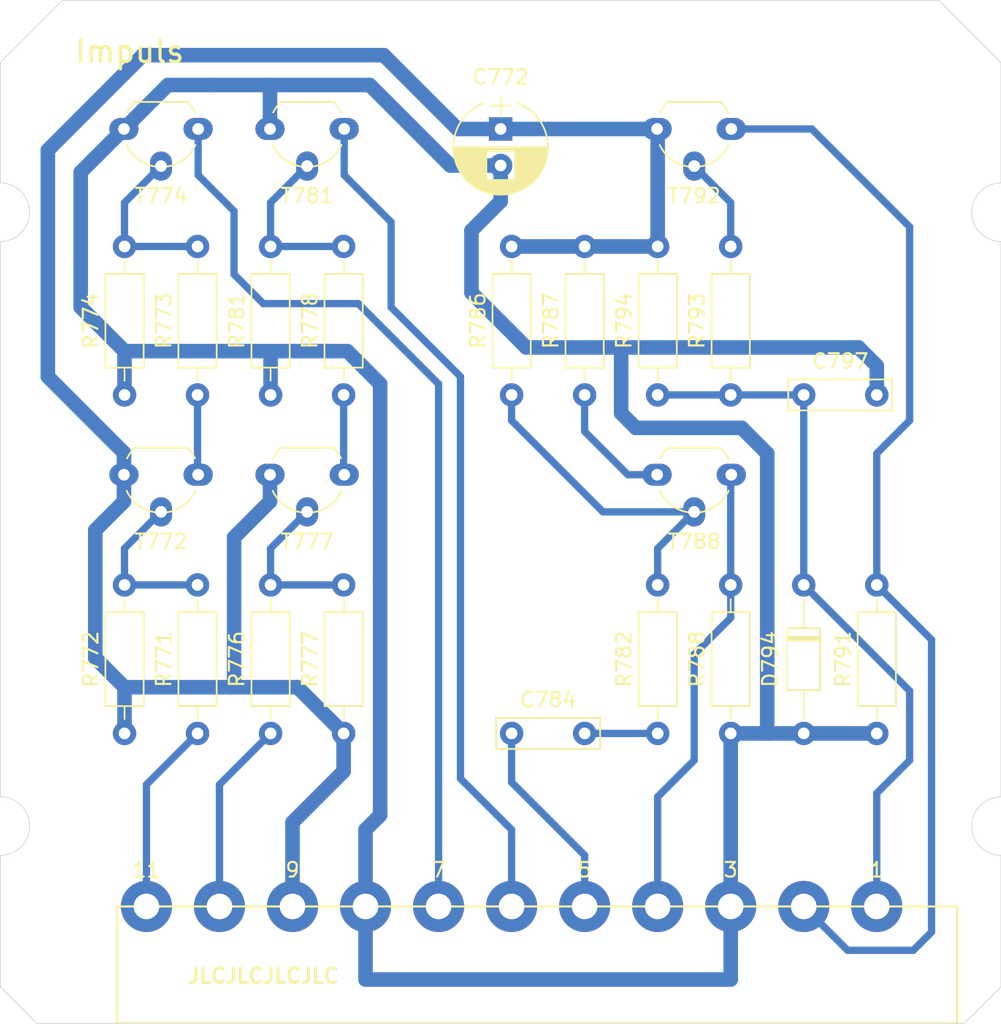
<source format=kicad_pcb>
(kicad_pcb (version 20171130) (host pcbnew "(5.1.7)-1")

  (general
    (thickness 1.6)
    (drawings 21)
    (tracks 140)
    (zones 0)
    (modules 26)
    (nets 21)
  )

  (page A4)
  (layers
    (0 F.Cu signal)
    (31 B.Cu signal)
    (32 B.Adhes user)
    (33 F.Adhes user)
    (34 B.Paste user)
    (35 F.Paste user)
    (36 B.SilkS user)
    (37 F.SilkS user)
    (38 B.Mask user)
    (39 F.Mask user)
    (40 Dwgs.User user)
    (41 Cmts.User user)
    (42 Eco1.User user)
    (43 Eco2.User user)
    (44 Edge.Cuts user)
    (45 Margin user)
    (46 B.CrtYd user)
    (47 F.CrtYd user)
    (48 B.Fab user hide)
    (49 F.Fab user hide)
  )

  (setup
    (last_trace_width 0.5)
    (user_trace_width 0.5)
    (user_trace_width 1)
    (user_trace_width 1.5)
    (user_trace_width 2.75)
    (user_trace_width 3.5)
    (trace_clearance 0.2)
    (zone_clearance 0.508)
    (zone_45_only no)
    (trace_min 0.2)
    (via_size 0.8)
    (via_drill 0.4)
    (via_min_size 0.4)
    (via_min_drill 0.3)
    (uvia_size 0.3)
    (uvia_drill 0.1)
    (uvias_allowed no)
    (uvia_min_size 0.2)
    (uvia_min_drill 0.1)
    (edge_width 0.05)
    (segment_width 0.2)
    (pcb_text_width 0.3)
    (pcb_text_size 1.5 1.5)
    (mod_edge_width 0.12)
    (mod_text_size 1 1)
    (mod_text_width 0.15)
    (pad_size 1.5 2)
    (pad_drill 0.8)
    (pad_to_mask_clearance 0)
    (aux_axis_origin 0 0)
    (visible_elements 7FFFFF7F)
    (pcbplotparams
      (layerselection 0x010fc_ffffffff)
      (usegerberextensions true)
      (usegerberattributes false)
      (usegerberadvancedattributes false)
      (creategerberjobfile false)
      (excludeedgelayer true)
      (linewidth 0.100000)
      (plotframeref false)
      (viasonmask false)
      (mode 1)
      (useauxorigin false)
      (hpglpennumber 1)
      (hpglpenspeed 20)
      (hpglpendiameter 15.000000)
      (psnegative false)
      (psa4output false)
      (plotreference true)
      (plotvalue false)
      (plotinvisibletext false)
      (padsonsilk false)
      (subtractmaskfromsilk true)
      (outputformat 1)
      (mirror false)
      (drillshape 0)
      (scaleselection 1)
      (outputdirectory "gerber"))
  )

  (net 0 "")
  (net 1 P10)
  (net 2 P7)
  (net 3 P1)
  (net 4 P2)
  (net 5 P5)
  (net 6 P11)
  (net 7 +12V)
  (net 8 "Net-(C784-Pad1)")
  (net 9 "Net-(R771-Pad1)")
  (net 10 "Net-(R773-Pad1)")
  (net 11 "Net-(R773-Pad2)")
  (net 12 "Net-(R776-Pad1)")
  (net 13 "Net-(R778-Pad1)")
  (net 14 "Net-(R778-Pad2)")
  (net 15 "Net-(R782-Pad1)")
  (net 16 "Net-(R787-Pad2)")
  (net 17 P4)
  (net 18 "Net-(R793-Pad2)")
  (net 19 P6)
  (net 20 GND)

  (net_class Default "This is the default net class."
    (clearance 0.2)
    (trace_width 0.25)
    (via_dia 0.8)
    (via_drill 0.4)
    (uvia_dia 0.3)
    (uvia_drill 0.1)
    (add_net +12V)
    (add_net GND)
    (add_net "Net-(C784-Pad1)")
    (add_net "Net-(R771-Pad1)")
    (add_net "Net-(R773-Pad1)")
    (add_net "Net-(R773-Pad2)")
    (add_net "Net-(R776-Pad1)")
    (add_net "Net-(R778-Pad1)")
    (add_net "Net-(R778-Pad2)")
    (add_net "Net-(R782-Pad1)")
    (add_net "Net-(R787-Pad2)")
    (add_net "Net-(R793-Pad2)")
    (add_net P1)
    (add_net P10)
    (add_net P11)
    (add_net P2)
    (add_net P4)
    (add_net P5)
    (add_net P6)
    (add_net P7)
  )

  (module TO_SOT_Packages_THT:TO-92_Molded_Wide_Oval (layer F.Cu) (tedit 6338CC4D) (tstamp 6338BC3B)
    (at 75.79 33.8 180)
    (descr "TO-92 leads molded, wide, oval pads, drill 0.8mm (see NXP sot054_po.pdf)")
    (tags "to-92 sc-43 sc-43a sot54 PA33 transistor")
    (path /63419AAC)
    (fp_text reference T792 (at 2.54 -4.57) (layer F.SilkS)
      (effects (font (size 1 1) (thickness 0.15)))
    )
    (fp_text value BC327 (at 2.54 3.05) (layer F.Fab)
      (effects (font (size 1 1) (thickness 0.15)))
    )
    (fp_arc (start 2.54 0) (end 4.34 1.85) (angle -20) (layer F.SilkS) (width 0.12))
    (fp_arc (start 2.54 0) (end 2.54 -2.48) (angle -135) (layer F.Fab) (width 0.1))
    (fp_arc (start 2.54 0) (end 2.54 -2.48) (angle 135) (layer F.Fab) (width 0.1))
    (fp_arc (start 2.54 0) (end 2.54 -2.6) (angle 65) (layer F.SilkS) (width 0.12))
    (fp_arc (start 2.54 0) (end 2.54 -2.6) (angle -65) (layer F.SilkS) (width 0.12))
    (fp_arc (start 2.54 0) (end 0.74 1.85) (angle 20) (layer F.SilkS) (width 0.12))
    (fp_text user %R (at 2.54 -4.57) (layer F.Fab)
      (effects (font (size 1 1) (thickness 0.15)))
    )
    (fp_line (start 0.74 1.85) (end 4.34 1.85) (layer F.SilkS) (width 0.12))
    (fp_line (start 0.8 1.75) (end 4.3 1.75) (layer F.Fab) (width 0.1))
    (fp_line (start -1.25 -3.79) (end 6.33 -3.79) (layer F.CrtYd) (width 0.05))
    (fp_line (start -1.25 -3.79) (end -1.25 2.01) (layer F.CrtYd) (width 0.05))
    (fp_line (start 6.33 2.01) (end 6.33 -3.79) (layer F.CrtYd) (width 0.05))
    (fp_line (start 6.33 2.01) (end -1.25 2.01) (layer F.CrtYd) (width 0.05))
    (pad 3 thru_hole oval (at 5.08 0 270) (size 1.5 2) (drill 0.8) (layers *.Cu *.Mask)
      (net 7 +12V))
    (pad 1 thru_hole oval (at 0 0 270) (size 1.5 2) (drill 0.8) (layers *.Cu *.Mask)
      (net 4 P2))
    (pad 2 thru_hole oval (at 2.54 -2.54 270) (size 2 1.5) (drill 0.8) (layers *.Cu *.Mask)
      (net 18 "Net-(R793-Pad2)"))
    (model ${KISYS3DMOD}/TO_SOT_Packages_THT.3dshapes/TO-92_Molded_Wide_Oval.wrl
      (offset (xyz 2.539999961853027 0 0))
      (scale (xyz 1 1 1))
      (rotate (xyz 0 0 -90))
    )
  )

  (module TO_SOT_Packages_THT:TO-92_Molded_Wide_Oval (layer F.Cu) (tedit 6338CC45) (tstamp 6338BBA0)
    (at 75.79 57.46 180)
    (descr "TO-92 leads molded, wide, oval pads, drill 0.8mm (see NXP sot054_po.pdf)")
    (tags "to-92 sc-43 sc-43a sot54 PA33 transistor")
    (path /633DFF2B)
    (fp_text reference T788 (at 2.54 -4.57) (layer F.SilkS)
      (effects (font (size 1 1) (thickness 0.15)))
    )
    (fp_text value BC558B (at 2.54 3.05) (layer F.Fab)
      (effects (font (size 1 1) (thickness 0.15)))
    )
    (fp_arc (start 2.54 0) (end 4.34 1.85) (angle -20) (layer F.SilkS) (width 0.12))
    (fp_arc (start 2.54 0) (end 2.54 -2.48) (angle -135) (layer F.Fab) (width 0.1))
    (fp_arc (start 2.54 0) (end 2.54 -2.48) (angle 135) (layer F.Fab) (width 0.1))
    (fp_arc (start 2.54 0) (end 2.54 -2.6) (angle 65) (layer F.SilkS) (width 0.12))
    (fp_arc (start 2.54 0) (end 2.54 -2.6) (angle -65) (layer F.SilkS) (width 0.12))
    (fp_arc (start 2.54 0) (end 0.74 1.85) (angle 20) (layer F.SilkS) (width 0.12))
    (fp_text user %R (at 2.54 -4.57) (layer F.Fab)
      (effects (font (size 1 1) (thickness 0.15)))
    )
    (fp_line (start 0.74 1.85) (end 4.34 1.85) (layer F.SilkS) (width 0.12))
    (fp_line (start 0.8 1.75) (end 4.3 1.75) (layer F.Fab) (width 0.1))
    (fp_line (start -1.25 -3.79) (end 6.33 -3.79) (layer F.CrtYd) (width 0.05))
    (fp_line (start -1.25 -3.79) (end -1.25 2.01) (layer F.CrtYd) (width 0.05))
    (fp_line (start 6.33 2.01) (end 6.33 -3.79) (layer F.CrtYd) (width 0.05))
    (fp_line (start 6.33 2.01) (end -1.25 2.01) (layer F.CrtYd) (width 0.05))
    (pad 3 thru_hole oval (at 5.08 0 270) (size 1.5 2) (drill 0.8) (layers *.Cu *.Mask)
      (net 16 "Net-(R787-Pad2)"))
    (pad 1 thru_hole oval (at 0 0 270) (size 1.5 2) (drill 0.8) (layers *.Cu *.Mask)
      (net 17 P4))
    (pad 2 thru_hole oval (at 2.54 -2.54 270) (size 2 1.5) (drill 0.8) (layers *.Cu *.Mask)
      (net 15 "Net-(R782-Pad1)"))
    (model ${KISYS3DMOD}/TO_SOT_Packages_THT.3dshapes/TO-92_Molded_Wide_Oval.wrl
      (offset (xyz 2.539999961853027 0 0))
      (scale (xyz 1 1 1))
      (rotate (xyz 0 0 -90))
    )
  )

  (module Resistors_THT:R_Axial_DIN0207_L6.3mm_D2.5mm_P10.16mm_Horizontal (layer F.Cu) (tedit 5874F706) (tstamp 6338BB9D)
    (at 70.75 41.84 270)
    (descr "Resistor, Axial_DIN0207 series, Axial, Horizontal, pin pitch=10.16mm, 0.25W = 1/4W, length*diameter=6.3*2.5mm^2, http://cdn-reichelt.de/documents/datenblatt/B400/1_4W%23YAG.pdf")
    (tags "Resistor Axial_DIN0207 series Axial Horizontal pin pitch 10.16mm 0.25W = 1/4W length 6.3mm diameter 2.5mm")
    (path /6341B7C5)
    (fp_text reference R794 (at 5.08 2.31 90) (layer F.SilkS)
      (effects (font (size 1 1) (thickness 0.15)))
    )
    (fp_text value 22k (at 5.08 2.31 90) (layer F.Fab)
      (effects (font (size 1 1) (thickness 0.15)))
    )
    (fp_line (start 1.93 -1.25) (end 1.93 1.25) (layer F.Fab) (width 0.1))
    (fp_line (start 1.93 1.25) (end 8.23 1.25) (layer F.Fab) (width 0.1))
    (fp_line (start 8.23 1.25) (end 8.23 -1.25) (layer F.Fab) (width 0.1))
    (fp_line (start 8.23 -1.25) (end 1.93 -1.25) (layer F.Fab) (width 0.1))
    (fp_line (start 0 0) (end 1.93 0) (layer F.Fab) (width 0.1))
    (fp_line (start 10.16 0) (end 8.23 0) (layer F.Fab) (width 0.1))
    (fp_line (start 1.87 -1.31) (end 1.87 1.31) (layer F.SilkS) (width 0.12))
    (fp_line (start 1.87 1.31) (end 8.29 1.31) (layer F.SilkS) (width 0.12))
    (fp_line (start 8.29 1.31) (end 8.29 -1.31) (layer F.SilkS) (width 0.12))
    (fp_line (start 8.29 -1.31) (end 1.87 -1.31) (layer F.SilkS) (width 0.12))
    (fp_line (start 0.98 0) (end 1.87 0) (layer F.SilkS) (width 0.12))
    (fp_line (start 9.18 0) (end 8.29 0) (layer F.SilkS) (width 0.12))
    (fp_line (start -1.05 -1.6) (end -1.05 1.6) (layer F.CrtYd) (width 0.05))
    (fp_line (start -1.05 1.6) (end 11.25 1.6) (layer F.CrtYd) (width 0.05))
    (fp_line (start 11.25 1.6) (end 11.25 -1.6) (layer F.CrtYd) (width 0.05))
    (fp_line (start 11.25 -1.6) (end -1.05 -1.6) (layer F.CrtYd) (width 0.05))
    (pad 2 thru_hole oval (at 10.16 0 270) (size 1.6 1.6) (drill 0.8) (layers *.Cu *.Mask)
      (net 3 P1))
    (pad 1 thru_hole circle (at 0 0 270) (size 1.6 1.6) (drill 0.8) (layers *.Cu *.Mask)
      (net 7 +12V))
    (model ${KISYS3DMOD}/Resistors_THT.3dshapes/R_Axial_DIN0207_L6.3mm_D2.5mm_P10.16mm_Horizontal.wrl
      (at (xyz 0 0 0))
      (scale (xyz 0.393701 0.393701 0.393701))
      (rotate (xyz 0 0 0))
    )
  )

  (module Resistors_THT:R_Axial_DIN0207_L6.3mm_D2.5mm_P10.16mm_Horizontal (layer F.Cu) (tedit 5874F706) (tstamp 6338BB9A)
    (at 75.75 52 90)
    (descr "Resistor, Axial_DIN0207 series, Axial, Horizontal, pin pitch=10.16mm, 0.25W = 1/4W, length*diameter=6.3*2.5mm^2, http://cdn-reichelt.de/documents/datenblatt/B400/1_4W%23YAG.pdf")
    (tags "Resistor Axial_DIN0207 series Axial Horizontal pin pitch 10.16mm 0.25W = 1/4W length 6.3mm diameter 2.5mm")
    (path /63423385)
    (fp_text reference R793 (at 5.08 -2.31 90) (layer F.SilkS)
      (effects (font (size 1 1) (thickness 0.15)))
    )
    (fp_text value 4.7k (at 5.08 2.31 90) (layer F.Fab)
      (effects (font (size 1 1) (thickness 0.15)))
    )
    (fp_line (start 1.93 -1.25) (end 1.93 1.25) (layer F.Fab) (width 0.1))
    (fp_line (start 1.93 1.25) (end 8.23 1.25) (layer F.Fab) (width 0.1))
    (fp_line (start 8.23 1.25) (end 8.23 -1.25) (layer F.Fab) (width 0.1))
    (fp_line (start 8.23 -1.25) (end 1.93 -1.25) (layer F.Fab) (width 0.1))
    (fp_line (start 0 0) (end 1.93 0) (layer F.Fab) (width 0.1))
    (fp_line (start 10.16 0) (end 8.23 0) (layer F.Fab) (width 0.1))
    (fp_line (start 1.87 -1.31) (end 1.87 1.31) (layer F.SilkS) (width 0.12))
    (fp_line (start 1.87 1.31) (end 8.29 1.31) (layer F.SilkS) (width 0.12))
    (fp_line (start 8.29 1.31) (end 8.29 -1.31) (layer F.SilkS) (width 0.12))
    (fp_line (start 8.29 -1.31) (end 1.87 -1.31) (layer F.SilkS) (width 0.12))
    (fp_line (start 0.98 0) (end 1.87 0) (layer F.SilkS) (width 0.12))
    (fp_line (start 9.18 0) (end 8.29 0) (layer F.SilkS) (width 0.12))
    (fp_line (start -1.05 -1.6) (end -1.05 1.6) (layer F.CrtYd) (width 0.05))
    (fp_line (start -1.05 1.6) (end 11.25 1.6) (layer F.CrtYd) (width 0.05))
    (fp_line (start 11.25 1.6) (end 11.25 -1.6) (layer F.CrtYd) (width 0.05))
    (fp_line (start 11.25 -1.6) (end -1.05 -1.6) (layer F.CrtYd) (width 0.05))
    (pad 2 thru_hole oval (at 10.16 0 90) (size 1.6 1.6) (drill 0.8) (layers *.Cu *.Mask)
      (net 18 "Net-(R793-Pad2)"))
    (pad 1 thru_hole circle (at 0 0 90) (size 1.6 1.6) (drill 0.8) (layers *.Cu *.Mask)
      (net 3 P1))
    (model ${KISYS3DMOD}/Resistors_THT.3dshapes/R_Axial_DIN0207_L6.3mm_D2.5mm_P10.16mm_Horizontal.wrl
      (at (xyz 0 0 0))
      (scale (xyz 0.393701 0.393701 0.393701))
      (rotate (xyz 0 0 0))
    )
  )

  (module Resistors_THT:R_Axial_DIN0207_L6.3mm_D2.5mm_P10.16mm_Horizontal (layer F.Cu) (tedit 5874F706) (tstamp 6338BB97)
    (at 85.75 65 270)
    (descr "Resistor, Axial_DIN0207 series, Axial, Horizontal, pin pitch=10.16mm, 0.25W = 1/4W, length*diameter=6.3*2.5mm^2, http://cdn-reichelt.de/documents/datenblatt/B400/1_4W%23YAG.pdf")
    (tags "Resistor Axial_DIN0207 series Axial Horizontal pin pitch 10.16mm 0.25W = 1/4W length 6.3mm diameter 2.5mm")
    (path /63416EDE)
    (fp_text reference R791 (at 5.08 2.31 90) (layer F.SilkS)
      (effects (font (size 1 1) (thickness 0.15)))
    )
    (fp_text value 10k (at 5.08 2.31 90) (layer F.Fab)
      (effects (font (size 1 1) (thickness 0.15)))
    )
    (fp_line (start 11.25 -1.6) (end -1.05 -1.6) (layer F.CrtYd) (width 0.05))
    (fp_line (start 11.25 1.6) (end 11.25 -1.6) (layer F.CrtYd) (width 0.05))
    (fp_line (start -1.05 1.6) (end 11.25 1.6) (layer F.CrtYd) (width 0.05))
    (fp_line (start -1.05 -1.6) (end -1.05 1.6) (layer F.CrtYd) (width 0.05))
    (fp_line (start 9.18 0) (end 8.29 0) (layer F.SilkS) (width 0.12))
    (fp_line (start 0.98 0) (end 1.87 0) (layer F.SilkS) (width 0.12))
    (fp_line (start 8.29 -1.31) (end 1.87 -1.31) (layer F.SilkS) (width 0.12))
    (fp_line (start 8.29 1.31) (end 8.29 -1.31) (layer F.SilkS) (width 0.12))
    (fp_line (start 1.87 1.31) (end 8.29 1.31) (layer F.SilkS) (width 0.12))
    (fp_line (start 1.87 -1.31) (end 1.87 1.31) (layer F.SilkS) (width 0.12))
    (fp_line (start 10.16 0) (end 8.23 0) (layer F.Fab) (width 0.1))
    (fp_line (start 0 0) (end 1.93 0) (layer F.Fab) (width 0.1))
    (fp_line (start 8.23 -1.25) (end 1.93 -1.25) (layer F.Fab) (width 0.1))
    (fp_line (start 8.23 1.25) (end 8.23 -1.25) (layer F.Fab) (width 0.1))
    (fp_line (start 1.93 1.25) (end 8.23 1.25) (layer F.Fab) (width 0.1))
    (fp_line (start 1.93 -1.25) (end 1.93 1.25) (layer F.Fab) (width 0.1))
    (pad 1 thru_hole circle (at 0 0 270) (size 1.6 1.6) (drill 0.8) (layers *.Cu *.Mask)
      (net 4 P2))
    (pad 2 thru_hole oval (at 10.16 0 270) (size 1.6 1.6) (drill 0.8) (layers *.Cu *.Mask)
      (net 20 GND))
    (model ${KISYS3DMOD}/Resistors_THT.3dshapes/R_Axial_DIN0207_L6.3mm_D2.5mm_P10.16mm_Horizontal.wrl
      (at (xyz 0 0 0))
      (scale (xyz 0.393701 0.393701 0.393701))
      (rotate (xyz 0 0 0))
    )
  )

  (module Resistors_THT:R_Axial_DIN0207_L6.3mm_D2.5mm_P10.16mm_Horizontal (layer F.Cu) (tedit 5874F706) (tstamp 6338BB94)
    (at 75.75 65 270)
    (descr "Resistor, Axial_DIN0207 series, Axial, Horizontal, pin pitch=10.16mm, 0.25W = 1/4W, length*diameter=6.3*2.5mm^2, http://cdn-reichelt.de/documents/datenblatt/B400/1_4W%23YAG.pdf")
    (tags "Resistor Axial_DIN0207 series Axial Horizontal pin pitch 10.16mm 0.25W = 1/4W length 6.3mm diameter 2.5mm")
    (path /633F2C89)
    (fp_text reference R788 (at 5.08 2.31 90) (layer F.SilkS)
      (effects (font (size 1 1) (thickness 0.15)))
    )
    (fp_text value 10k (at 5.08 2.31 90) (layer F.Fab)
      (effects (font (size 1 1) (thickness 0.15)))
    )
    (fp_line (start 11.25 -1.6) (end -1.05 -1.6) (layer F.CrtYd) (width 0.05))
    (fp_line (start 11.25 1.6) (end 11.25 -1.6) (layer F.CrtYd) (width 0.05))
    (fp_line (start -1.05 1.6) (end 11.25 1.6) (layer F.CrtYd) (width 0.05))
    (fp_line (start -1.05 -1.6) (end -1.05 1.6) (layer F.CrtYd) (width 0.05))
    (fp_line (start 9.18 0) (end 8.29 0) (layer F.SilkS) (width 0.12))
    (fp_line (start 0.98 0) (end 1.87 0) (layer F.SilkS) (width 0.12))
    (fp_line (start 8.29 -1.31) (end 1.87 -1.31) (layer F.SilkS) (width 0.12))
    (fp_line (start 8.29 1.31) (end 8.29 -1.31) (layer F.SilkS) (width 0.12))
    (fp_line (start 1.87 1.31) (end 8.29 1.31) (layer F.SilkS) (width 0.12))
    (fp_line (start 1.87 -1.31) (end 1.87 1.31) (layer F.SilkS) (width 0.12))
    (fp_line (start 10.16 0) (end 8.23 0) (layer F.Fab) (width 0.1))
    (fp_line (start 0 0) (end 1.93 0) (layer F.Fab) (width 0.1))
    (fp_line (start 8.23 -1.25) (end 1.93 -1.25) (layer F.Fab) (width 0.1))
    (fp_line (start 8.23 1.25) (end 8.23 -1.25) (layer F.Fab) (width 0.1))
    (fp_line (start 1.93 1.25) (end 8.23 1.25) (layer F.Fab) (width 0.1))
    (fp_line (start 1.93 -1.25) (end 1.93 1.25) (layer F.Fab) (width 0.1))
    (pad 1 thru_hole circle (at 0 0 270) (size 1.6 1.6) (drill 0.8) (layers *.Cu *.Mask)
      (net 17 P4))
    (pad 2 thru_hole oval (at 10.16 0 270) (size 1.6 1.6) (drill 0.8) (layers *.Cu *.Mask)
      (net 20 GND))
    (model ${KISYS3DMOD}/Resistors_THT.3dshapes/R_Axial_DIN0207_L6.3mm_D2.5mm_P10.16mm_Horizontal.wrl
      (at (xyz 0 0 0))
      (scale (xyz 0.393701 0.393701 0.393701))
      (rotate (xyz 0 0 0))
    )
  )

  (module Resistors_THT:R_Axial_DIN0207_L6.3mm_D2.5mm_P10.16mm_Horizontal (layer F.Cu) (tedit 5874F706) (tstamp 6338BB91)
    (at 65.75 41.84 270)
    (descr "Resistor, Axial_DIN0207 series, Axial, Horizontal, pin pitch=10.16mm, 0.25W = 1/4W, length*diameter=6.3*2.5mm^2, http://cdn-reichelt.de/documents/datenblatt/B400/1_4W%23YAG.pdf")
    (tags "Resistor Axial_DIN0207 series Axial Horizontal pin pitch 10.16mm 0.25W = 1/4W length 6.3mm diameter 2.5mm")
    (path /633EC4CE)
    (fp_text reference R787 (at 5.08 2.31 90) (layer F.SilkS)
      (effects (font (size 1 1) (thickness 0.15)))
    )
    (fp_text value 1k (at 5.08 2.31 90) (layer F.Fab)
      (effects (font (size 1 1) (thickness 0.15)))
    )
    (fp_line (start 1.93 -1.25) (end 1.93 1.25) (layer F.Fab) (width 0.1))
    (fp_line (start 1.93 1.25) (end 8.23 1.25) (layer F.Fab) (width 0.1))
    (fp_line (start 8.23 1.25) (end 8.23 -1.25) (layer F.Fab) (width 0.1))
    (fp_line (start 8.23 -1.25) (end 1.93 -1.25) (layer F.Fab) (width 0.1))
    (fp_line (start 0 0) (end 1.93 0) (layer F.Fab) (width 0.1))
    (fp_line (start 10.16 0) (end 8.23 0) (layer F.Fab) (width 0.1))
    (fp_line (start 1.87 -1.31) (end 1.87 1.31) (layer F.SilkS) (width 0.12))
    (fp_line (start 1.87 1.31) (end 8.29 1.31) (layer F.SilkS) (width 0.12))
    (fp_line (start 8.29 1.31) (end 8.29 -1.31) (layer F.SilkS) (width 0.12))
    (fp_line (start 8.29 -1.31) (end 1.87 -1.31) (layer F.SilkS) (width 0.12))
    (fp_line (start 0.98 0) (end 1.87 0) (layer F.SilkS) (width 0.12))
    (fp_line (start 9.18 0) (end 8.29 0) (layer F.SilkS) (width 0.12))
    (fp_line (start -1.05 -1.6) (end -1.05 1.6) (layer F.CrtYd) (width 0.05))
    (fp_line (start -1.05 1.6) (end 11.25 1.6) (layer F.CrtYd) (width 0.05))
    (fp_line (start 11.25 1.6) (end 11.25 -1.6) (layer F.CrtYd) (width 0.05))
    (fp_line (start 11.25 -1.6) (end -1.05 -1.6) (layer F.CrtYd) (width 0.05))
    (pad 2 thru_hole oval (at 10.16 0 270) (size 1.6 1.6) (drill 0.8) (layers *.Cu *.Mask)
      (net 16 "Net-(R787-Pad2)"))
    (pad 1 thru_hole circle (at 0 0 270) (size 1.6 1.6) (drill 0.8) (layers *.Cu *.Mask)
      (net 7 +12V))
    (model ${KISYS3DMOD}/Resistors_THT.3dshapes/R_Axial_DIN0207_L6.3mm_D2.5mm_P10.16mm_Horizontal.wrl
      (at (xyz 0 0 0))
      (scale (xyz 0.393701 0.393701 0.393701))
      (rotate (xyz 0 0 0))
    )
  )

  (module Resistors_THT:R_Axial_DIN0207_L6.3mm_D2.5mm_P10.16mm_Horizontal (layer F.Cu) (tedit 5874F706) (tstamp 6338BB8E)
    (at 60.75 41.84 270)
    (descr "Resistor, Axial_DIN0207 series, Axial, Horizontal, pin pitch=10.16mm, 0.25W = 1/4W, length*diameter=6.3*2.5mm^2, http://cdn-reichelt.de/documents/datenblatt/B400/1_4W%23YAG.pdf")
    (tags "Resistor Axial_DIN0207 series Axial Horizontal pin pitch 10.16mm 0.25W = 1/4W length 6.3mm diameter 2.5mm")
    (path /633DFF74)
    (fp_text reference R786 (at 5.08 2.31 90) (layer F.SilkS)
      (effects (font (size 1 1) (thickness 0.15)))
    )
    (fp_text value 22k (at 5.08 2.31 90) (layer F.Fab)
      (effects (font (size 1 1) (thickness 0.15)))
    )
    (fp_line (start 1.93 -1.25) (end 1.93 1.25) (layer F.Fab) (width 0.1))
    (fp_line (start 1.93 1.25) (end 8.23 1.25) (layer F.Fab) (width 0.1))
    (fp_line (start 8.23 1.25) (end 8.23 -1.25) (layer F.Fab) (width 0.1))
    (fp_line (start 8.23 -1.25) (end 1.93 -1.25) (layer F.Fab) (width 0.1))
    (fp_line (start 0 0) (end 1.93 0) (layer F.Fab) (width 0.1))
    (fp_line (start 10.16 0) (end 8.23 0) (layer F.Fab) (width 0.1))
    (fp_line (start 1.87 -1.31) (end 1.87 1.31) (layer F.SilkS) (width 0.12))
    (fp_line (start 1.87 1.31) (end 8.29 1.31) (layer F.SilkS) (width 0.12))
    (fp_line (start 8.29 1.31) (end 8.29 -1.31) (layer F.SilkS) (width 0.12))
    (fp_line (start 8.29 -1.31) (end 1.87 -1.31) (layer F.SilkS) (width 0.12))
    (fp_line (start 0.98 0) (end 1.87 0) (layer F.SilkS) (width 0.12))
    (fp_line (start 9.18 0) (end 8.29 0) (layer F.SilkS) (width 0.12))
    (fp_line (start -1.05 -1.6) (end -1.05 1.6) (layer F.CrtYd) (width 0.05))
    (fp_line (start -1.05 1.6) (end 11.25 1.6) (layer F.CrtYd) (width 0.05))
    (fp_line (start 11.25 1.6) (end 11.25 -1.6) (layer F.CrtYd) (width 0.05))
    (fp_line (start 11.25 -1.6) (end -1.05 -1.6) (layer F.CrtYd) (width 0.05))
    (pad 2 thru_hole oval (at 10.16 0 270) (size 1.6 1.6) (drill 0.8) (layers *.Cu *.Mask)
      (net 15 "Net-(R782-Pad1)"))
    (pad 1 thru_hole circle (at 0 0 270) (size 1.6 1.6) (drill 0.8) (layers *.Cu *.Mask)
      (net 7 +12V))
    (model ${KISYS3DMOD}/Resistors_THT.3dshapes/R_Axial_DIN0207_L6.3mm_D2.5mm_P10.16mm_Horizontal.wrl
      (at (xyz 0 0 0))
      (scale (xyz 0.393701 0.393701 0.393701))
      (rotate (xyz 0 0 0))
    )
  )

  (module Resistors_THT:R_Axial_DIN0207_L6.3mm_D2.5mm_P10.16mm_Horizontal (layer F.Cu) (tedit 5874F706) (tstamp 6338BB8B)
    (at 70.75 65 270)
    (descr "Resistor, Axial_DIN0207 series, Axial, Horizontal, pin pitch=10.16mm, 0.25W = 1/4W, length*diameter=6.3*2.5mm^2, http://cdn-reichelt.de/documents/datenblatt/B400/1_4W%23YAG.pdf")
    (tags "Resistor Axial_DIN0207 series Axial Horizontal pin pitch 10.16mm 0.25W = 1/4W length 6.3mm diameter 2.5mm")
    (path /633DFA2D)
    (fp_text reference R782 (at 5.08 2.31 90) (layer F.SilkS)
      (effects (font (size 1 1) (thickness 0.15)))
    )
    (fp_text value 47k (at 5.08 2.31 90) (layer F.Fab)
      (effects (font (size 1 1) (thickness 0.15)))
    )
    (fp_line (start 11.25 -1.6) (end -1.05 -1.6) (layer F.CrtYd) (width 0.05))
    (fp_line (start 11.25 1.6) (end 11.25 -1.6) (layer F.CrtYd) (width 0.05))
    (fp_line (start -1.05 1.6) (end 11.25 1.6) (layer F.CrtYd) (width 0.05))
    (fp_line (start -1.05 -1.6) (end -1.05 1.6) (layer F.CrtYd) (width 0.05))
    (fp_line (start 9.18 0) (end 8.29 0) (layer F.SilkS) (width 0.12))
    (fp_line (start 0.98 0) (end 1.87 0) (layer F.SilkS) (width 0.12))
    (fp_line (start 8.29 -1.31) (end 1.87 -1.31) (layer F.SilkS) (width 0.12))
    (fp_line (start 8.29 1.31) (end 8.29 -1.31) (layer F.SilkS) (width 0.12))
    (fp_line (start 1.87 1.31) (end 8.29 1.31) (layer F.SilkS) (width 0.12))
    (fp_line (start 1.87 -1.31) (end 1.87 1.31) (layer F.SilkS) (width 0.12))
    (fp_line (start 10.16 0) (end 8.23 0) (layer F.Fab) (width 0.1))
    (fp_line (start 0 0) (end 1.93 0) (layer F.Fab) (width 0.1))
    (fp_line (start 8.23 -1.25) (end 1.93 -1.25) (layer F.Fab) (width 0.1))
    (fp_line (start 8.23 1.25) (end 8.23 -1.25) (layer F.Fab) (width 0.1))
    (fp_line (start 1.93 1.25) (end 8.23 1.25) (layer F.Fab) (width 0.1))
    (fp_line (start 1.93 -1.25) (end 1.93 1.25) (layer F.Fab) (width 0.1))
    (pad 1 thru_hole circle (at 0 0 270) (size 1.6 1.6) (drill 0.8) (layers *.Cu *.Mask)
      (net 15 "Net-(R782-Pad1)"))
    (pad 2 thru_hole oval (at 10.16 0 270) (size 1.6 1.6) (drill 0.8) (layers *.Cu *.Mask)
      (net 8 "Net-(C784-Pad1)"))
    (model ${KISYS3DMOD}/Resistors_THT.3dshapes/R_Axial_DIN0207_L6.3mm_D2.5mm_P10.16mm_Horizontal.wrl
      (at (xyz 0 0 0))
      (scale (xyz 0.393701 0.393701 0.393701))
      (rotate (xyz 0 0 0))
    )
  )

  (module Diode_THT:D_DO-35_SOD27_P10.16mm_Horizontal (layer F.Cu) (tedit 6338CC3D) (tstamp 6338BA0E)
    (at 80.75 65 270)
    (descr "Diode, DO-35_SOD27 series, Axial, Horizontal, pin pitch=10.16mm, , length*diameter=4*2mm^2, , http://www.diodes.com/_files/packages/DO-35.pdf")
    (tags "Diode DO-35_SOD27 series Axial Horizontal pin pitch 10.16mm  length 4mm diameter 2mm")
    (path /634B407F)
    (fp_text reference D794 (at 5.08 2.31 90) (layer F.SilkS)
      (effects (font (size 1 1) (thickness 0.15)))
    )
    (fp_text value ZPD8.2 (at 5.08 2.12 90) (layer F.Fab)
      (effects (font (size 1 1) (thickness 0.15)))
    )
    (fp_line (start 11.21 -1.25) (end -1.05 -1.25) (layer F.CrtYd) (width 0.05))
    (fp_line (start 11.21 1.25) (end 11.21 -1.25) (layer F.CrtYd) (width 0.05))
    (fp_line (start -1.05 1.25) (end 11.21 1.25) (layer F.CrtYd) (width 0.05))
    (fp_line (start -1.05 -1.25) (end -1.05 1.25) (layer F.CrtYd) (width 0.05))
    (fp_line (start 3.56 -1.12) (end 3.56 1.12) (layer F.SilkS) (width 0.12))
    (fp_line (start 3.8 -1.12) (end 3.8 1.12) (layer F.SilkS) (width 0.12))
    (fp_line (start 3.68 -1.12) (end 3.68 1.12) (layer F.SilkS) (width 0.12))
    (fp_line (start 9.12 0) (end 7.2 0) (layer F.SilkS) (width 0.12))
    (fp_line (start 1.04 0) (end 2.96 0) (layer F.SilkS) (width 0.12))
    (fp_line (start 7.2 -1.12) (end 2.96 -1.12) (layer F.SilkS) (width 0.12))
    (fp_line (start 7.2 1.12) (end 7.2 -1.12) (layer F.SilkS) (width 0.12))
    (fp_line (start 2.96 1.12) (end 7.2 1.12) (layer F.SilkS) (width 0.12))
    (fp_line (start 2.96 -1.12) (end 2.96 1.12) (layer F.SilkS) (width 0.12))
    (fp_line (start 3.58 -1) (end 3.58 1) (layer F.Fab) (width 0.1))
    (fp_line (start 3.78 -1) (end 3.78 1) (layer F.Fab) (width 0.1))
    (fp_line (start 3.68 -1) (end 3.68 1) (layer F.Fab) (width 0.1))
    (fp_line (start 10.16 0) (end 7.08 0) (layer F.Fab) (width 0.1))
    (fp_line (start 0 0) (end 3.08 0) (layer F.Fab) (width 0.1))
    (fp_line (start 7.08 -1) (end 3.08 -1) (layer F.Fab) (width 0.1))
    (fp_line (start 7.08 1) (end 7.08 -1) (layer F.Fab) (width 0.1))
    (fp_line (start 3.08 1) (end 7.08 1) (layer F.Fab) (width 0.1))
    (fp_line (start 3.08 -1) (end 3.08 1) (layer F.Fab) (width 0.1))
    (fp_text user %R (at 5.38 0 90) (layer F.Fab)
      (effects (font (size 0.8 0.8) (thickness 0.12)))
    )
    (fp_text user K (at 0 -1.8 90) (layer F.Fab)
      (effects (font (size 1 1) (thickness 0.15)))
    )
    (fp_text user K (at 0 -1.8 90) (layer F.SilkS) hide
      (effects (font (size 1 1) (thickness 0.15)))
    )
    (pad 1 thru_hole circle (at 0 0 270) (size 1.6 1.6) (drill 0.8) (layers *.Cu *.Mask)
      (net 3 P1))
    (pad 2 thru_hole oval (at 10.16 0 270) (size 1.6 1.6) (drill 0.8) (layers *.Cu *.Mask)
      (net 20 GND))
    (model ${KISYS3DMOD}/Diode_THT.3dshapes/D_DO-35_SOD27_P10.16mm_Horizontal.wrl
      (at (xyz 0 0 0))
      (scale (xyz 1 1 1))
      (rotate (xyz 0 0 0))
    )
  )

  (module Capacitors_THT:C_Rect_L7.0mm_W2.0mm_P5.00mm (layer F.Cu) (tedit 597BC7C2) (tstamp 6338B9EF)
    (at 80.75 52)
    (descr "C, Rect series, Radial, pin pitch=5.00mm, , length*width=7*2mm^2, Capacitor")
    (tags "C Rect series Radial pin pitch 5.00mm  length 7mm width 2mm Capacitor")
    (path /63400CB3)
    (fp_text reference C797 (at 2.5 -2.31) (layer F.SilkS)
      (effects (font (size 1 1) (thickness 0.15)))
    )
    (fp_text value 47nF (at 2.5 2.31) (layer F.Fab)
      (effects (font (size 1 1) (thickness 0.15)))
    )
    (fp_text user %R (at 2.5 0) (layer F.Fab)
      (effects (font (size 1 1) (thickness 0.15)))
    )
    (fp_line (start -1 -1) (end -1 1) (layer F.Fab) (width 0.1))
    (fp_line (start -1 1) (end 6 1) (layer F.Fab) (width 0.1))
    (fp_line (start 6 1) (end 6 -1) (layer F.Fab) (width 0.1))
    (fp_line (start 6 -1) (end -1 -1) (layer F.Fab) (width 0.1))
    (fp_line (start -1.06 -1.06) (end 6.06 -1.06) (layer F.SilkS) (width 0.12))
    (fp_line (start -1.06 1.06) (end 6.06 1.06) (layer F.SilkS) (width 0.12))
    (fp_line (start -1.06 -1.06) (end -1.06 1.06) (layer F.SilkS) (width 0.12))
    (fp_line (start 6.06 -1.06) (end 6.06 1.06) (layer F.SilkS) (width 0.12))
    (fp_line (start -1.35 -1.35) (end -1.35 1.35) (layer F.CrtYd) (width 0.05))
    (fp_line (start -1.35 1.35) (end 6.35 1.35) (layer F.CrtYd) (width 0.05))
    (fp_line (start 6.35 1.35) (end 6.35 -1.35) (layer F.CrtYd) (width 0.05))
    (fp_line (start 6.35 -1.35) (end -1.35 -1.35) (layer F.CrtYd) (width 0.05))
    (pad 2 thru_hole circle (at 5 0) (size 1.6 1.6) (drill 0.8) (layers *.Cu *.Mask)
      (net 20 GND))
    (pad 1 thru_hole circle (at 0 0) (size 1.6 1.6) (drill 0.8) (layers *.Cu *.Mask)
      (net 3 P1))
    (model ${KISYS3DMOD}/Capacitors_THT.3dshapes/C_Rect_L7.0mm_W2.0mm_P5.00mm.wrl
      (at (xyz 0 0 0))
      (scale (xyz 1 1 1))
      (rotate (xyz 0 0 0))
    )
  )

  (module Capacitors_THT:C_Rect_L7.0mm_W2.0mm_P5.00mm (layer F.Cu) (tedit 597BC7C2) (tstamp 6338B9EC)
    (at 65.75 75.16 180)
    (descr "C, Rect series, Radial, pin pitch=5.00mm, , length*width=7*2mm^2, Capacitor")
    (tags "C Rect series Radial pin pitch 5.00mm  length 7mm width 2mm Capacitor")
    (path /633FFB08)
    (fp_text reference C784 (at 2.5 2.31) (layer F.SilkS)
      (effects (font (size 1 1) (thickness 0.15)))
    )
    (fp_text value 100nF (at 2.5 2.31) (layer F.Fab)
      (effects (font (size 1 1) (thickness 0.15)))
    )
    (fp_line (start 6.35 -1.35) (end -1.35 -1.35) (layer F.CrtYd) (width 0.05))
    (fp_line (start 6.35 1.35) (end 6.35 -1.35) (layer F.CrtYd) (width 0.05))
    (fp_line (start -1.35 1.35) (end 6.35 1.35) (layer F.CrtYd) (width 0.05))
    (fp_line (start -1.35 -1.35) (end -1.35 1.35) (layer F.CrtYd) (width 0.05))
    (fp_line (start 6.06 -1.06) (end 6.06 1.06) (layer F.SilkS) (width 0.12))
    (fp_line (start -1.06 -1.06) (end -1.06 1.06) (layer F.SilkS) (width 0.12))
    (fp_line (start -1.06 1.06) (end 6.06 1.06) (layer F.SilkS) (width 0.12))
    (fp_line (start -1.06 -1.06) (end 6.06 -1.06) (layer F.SilkS) (width 0.12))
    (fp_line (start 6 -1) (end -1 -1) (layer F.Fab) (width 0.1))
    (fp_line (start 6 1) (end 6 -1) (layer F.Fab) (width 0.1))
    (fp_line (start -1 1) (end 6 1) (layer F.Fab) (width 0.1))
    (fp_line (start -1 -1) (end -1 1) (layer F.Fab) (width 0.1))
    (fp_text user %R (at 2.5 0) (layer F.Fab)
      (effects (font (size 1 1) (thickness 0.15)))
    )
    (pad 1 thru_hole circle (at 0 0 180) (size 1.6 1.6) (drill 0.8) (layers *.Cu *.Mask)
      (net 8 "Net-(C784-Pad1)"))
    (pad 2 thru_hole circle (at 5 0 180) (size 1.6 1.6) (drill 0.8) (layers *.Cu *.Mask)
      (net 5 P5))
    (model ${KISYS3DMOD}/Capacitors_THT.3dshapes/C_Rect_L7.0mm_W2.0mm_P5.00mm.wrl
      (at (xyz 0 0 0))
      (scale (xyz 1 1 1))
      (rotate (xyz 0 0 0))
    )
  )

  (module TO_SOT_Packages_THT:TO-92_Molded_Wide_Oval (layer F.Cu) (tedit 6338CC26) (tstamp 6338A208)
    (at 49.29 33.8 180)
    (descr "TO-92 leads molded, wide, oval pads, drill 0.8mm (see NXP sot054_po.pdf)")
    (tags "to-92 sc-43 sc-43a sot54 PA33 transistor")
    (path /633C534C)
    (fp_text reference T781 (at 2.54 -4.57) (layer F.SilkS)
      (effects (font (size 1 1) (thickness 0.15)))
    )
    (fp_text value BC548C (at 2.54 3.05) (layer F.Fab)
      (effects (font (size 1 1) (thickness 0.15)))
    )
    (fp_line (start 6.33 2.01) (end -1.25 2.01) (layer F.CrtYd) (width 0.05))
    (fp_line (start 6.33 2.01) (end 6.33 -3.79) (layer F.CrtYd) (width 0.05))
    (fp_line (start -1.25 -3.79) (end -1.25 2.01) (layer F.CrtYd) (width 0.05))
    (fp_line (start -1.25 -3.79) (end 6.33 -3.79) (layer F.CrtYd) (width 0.05))
    (fp_line (start 0.8 1.75) (end 4.3 1.75) (layer F.Fab) (width 0.1))
    (fp_line (start 0.74 1.85) (end 4.34 1.85) (layer F.SilkS) (width 0.12))
    (fp_text user %R (at 2.54 -4.57) (layer F.Fab)
      (effects (font (size 1 1) (thickness 0.15)))
    )
    (fp_arc (start 2.54 0) (end 0.74 1.85) (angle 20) (layer F.SilkS) (width 0.12))
    (fp_arc (start 2.54 0) (end 2.54 -2.6) (angle -65) (layer F.SilkS) (width 0.12))
    (fp_arc (start 2.54 0) (end 2.54 -2.6) (angle 65) (layer F.SilkS) (width 0.12))
    (fp_arc (start 2.54 0) (end 2.54 -2.48) (angle 135) (layer F.Fab) (width 0.1))
    (fp_arc (start 2.54 0) (end 2.54 -2.48) (angle -135) (layer F.Fab) (width 0.1))
    (fp_arc (start 2.54 0) (end 4.34 1.85) (angle -20) (layer F.SilkS) (width 0.12))
    (pad 2 thru_hole oval (at 2.54 -2.54 270) (size 2 1.5) (drill 0.8) (layers *.Cu *.Mask)
      (net 13 "Net-(R778-Pad1)"))
    (pad 1 thru_hole oval (at 0 0 270) (size 1.5 2) (drill 0.8) (layers *.Cu *.Mask)
      (net 19 P6))
    (pad 3 thru_hole oval (at 5.08 0 270) (size 1.5 2) (drill 0.8) (layers *.Cu *.Mask)
      (net 20 GND))
    (model ${KISYS3DMOD}/TO_SOT_Packages_THT.3dshapes/TO-92_Molded_Wide_Oval.wrl
      (offset (xyz 2.539999961853027 0 0))
      (scale (xyz 1 1 1))
      (rotate (xyz 0 0 -90))
    )
  )

  (module TO_SOT_Packages_THT:TO-92_Molded_Wide_Oval (layer F.Cu) (tedit 6338CC35) (tstamp 6338A205)
    (at 49.29 57.46 180)
    (descr "TO-92 leads molded, wide, oval pads, drill 0.8mm (see NXP sot054_po.pdf)")
    (tags "to-92 sc-43 sc-43a sot54 PA33 transistor")
    (path /633C532E)
    (fp_text reference T777 (at 2.54 -4.57) (layer F.SilkS)
      (effects (font (size 1 1) (thickness 0.15)))
    )
    (fp_text value BC558B (at 2.54 3.05) (layer F.Fab)
      (effects (font (size 1 1) (thickness 0.15)))
    )
    (fp_line (start 6.33 2.01) (end -1.25 2.01) (layer F.CrtYd) (width 0.05))
    (fp_line (start 6.33 2.01) (end 6.33 -3.79) (layer F.CrtYd) (width 0.05))
    (fp_line (start -1.25 -3.79) (end -1.25 2.01) (layer F.CrtYd) (width 0.05))
    (fp_line (start -1.25 -3.79) (end 6.33 -3.79) (layer F.CrtYd) (width 0.05))
    (fp_line (start 0.8 1.75) (end 4.3 1.75) (layer F.Fab) (width 0.1))
    (fp_line (start 0.74 1.85) (end 4.34 1.85) (layer F.SilkS) (width 0.12))
    (fp_text user %R (at 2.54 -4.57) (layer F.Fab)
      (effects (font (size 1 1) (thickness 0.15)))
    )
    (fp_arc (start 2.54 0) (end 0.74 1.85) (angle 20) (layer F.SilkS) (width 0.12))
    (fp_arc (start 2.54 0) (end 2.54 -2.6) (angle -65) (layer F.SilkS) (width 0.12))
    (fp_arc (start 2.54 0) (end 2.54 -2.6) (angle 65) (layer F.SilkS) (width 0.12))
    (fp_arc (start 2.54 0) (end 2.54 -2.48) (angle 135) (layer F.Fab) (width 0.1))
    (fp_arc (start 2.54 0) (end 2.54 -2.48) (angle -135) (layer F.Fab) (width 0.1))
    (fp_arc (start 2.54 0) (end 4.34 1.85) (angle -20) (layer F.SilkS) (width 0.12))
    (pad 2 thru_hole oval (at 2.54 -2.54 270) (size 2 1.5) (drill 0.8) (layers *.Cu *.Mask)
      (net 12 "Net-(R776-Pad1)"))
    (pad 1 thru_hole oval (at 0 0 270) (size 1.5 2) (drill 0.8) (layers *.Cu *.Mask)
      (net 14 "Net-(R778-Pad2)"))
    (pad 3 thru_hole oval (at 5.08 0 270) (size 1.5 2) (drill 0.8) (layers *.Cu *.Mask)
      (net 7 +12V))
    (model ${KISYS3DMOD}/TO_SOT_Packages_THT.3dshapes/TO-92_Molded_Wide_Oval.wrl
      (offset (xyz 2.539999961853027 0 0))
      (scale (xyz 1 1 1))
      (rotate (xyz 0 0 -90))
    )
  )

  (module TO_SOT_Packages_THT:TO-92_Molded_Wide_Oval (layer F.Cu) (tedit 6338CC2A) (tstamp 6338A202)
    (at 39.29 33.8 180)
    (descr "TO-92 leads molded, wide, oval pads, drill 0.8mm (see NXP sot054_po.pdf)")
    (tags "to-92 sc-43 sc-43a sot54 PA33 transistor")
    (path /633B1C1A)
    (fp_text reference T774 (at 2.54 -4.57) (layer F.SilkS)
      (effects (font (size 1 1) (thickness 0.15)))
    )
    (fp_text value BC548C (at 2.54 3.05) (layer F.Fab)
      (effects (font (size 1 1) (thickness 0.15)))
    )
    (fp_line (start 6.33 2.01) (end -1.25 2.01) (layer F.CrtYd) (width 0.05))
    (fp_line (start 6.33 2.01) (end 6.33 -3.79) (layer F.CrtYd) (width 0.05))
    (fp_line (start -1.25 -3.79) (end -1.25 2.01) (layer F.CrtYd) (width 0.05))
    (fp_line (start -1.25 -3.79) (end 6.33 -3.79) (layer F.CrtYd) (width 0.05))
    (fp_line (start 0.8 1.75) (end 4.3 1.75) (layer F.Fab) (width 0.1))
    (fp_line (start 0.74 1.85) (end 4.34 1.85) (layer F.SilkS) (width 0.12))
    (fp_text user %R (at 2.54 -4.57) (layer F.Fab)
      (effects (font (size 1 1) (thickness 0.15)))
    )
    (fp_arc (start 2.54 0) (end 0.74 1.85) (angle 20) (layer F.SilkS) (width 0.12))
    (fp_arc (start 2.54 0) (end 2.54 -2.6) (angle -65) (layer F.SilkS) (width 0.12))
    (fp_arc (start 2.54 0) (end 2.54 -2.6) (angle 65) (layer F.SilkS) (width 0.12))
    (fp_arc (start 2.54 0) (end 2.54 -2.48) (angle 135) (layer F.Fab) (width 0.1))
    (fp_arc (start 2.54 0) (end 2.54 -2.48) (angle -135) (layer F.Fab) (width 0.1))
    (fp_arc (start 2.54 0) (end 4.34 1.85) (angle -20) (layer F.SilkS) (width 0.12))
    (pad 2 thru_hole oval (at 2.54 -2.54 270) (size 2 1.5) (drill 0.8) (layers *.Cu *.Mask)
      (net 10 "Net-(R773-Pad1)"))
    (pad 1 thru_hole oval (at 0 0 270) (size 1.5 2) (drill 0.8) (layers *.Cu *.Mask)
      (net 2 P7))
    (pad 3 thru_hole oval (at 5.08 0 270) (size 1.5 2) (drill 0.8) (layers *.Cu *.Mask)
      (net 20 GND))
    (model ${KISYS3DMOD}/TO_SOT_Packages_THT.3dshapes/TO-92_Molded_Wide_Oval.wrl
      (offset (xyz 2.539999961853027 0 0))
      (scale (xyz 1 1 1))
      (rotate (xyz 0 0 -90))
    )
  )

  (module TO_SOT_Packages_THT:TO-92_Molded_Wide_Oval (layer F.Cu) (tedit 6338CC31) (tstamp 6338A1FF)
    (at 39.29 57.46 180)
    (descr "TO-92 leads molded, wide, oval pads, drill 0.8mm (see NXP sot054_po.pdf)")
    (tags "to-92 sc-43 sc-43a sot54 PA33 transistor")
    (path /633AB4FA)
    (fp_text reference T772 (at 2.54 -4.57) (layer F.SilkS)
      (effects (font (size 1 1) (thickness 0.15)))
    )
    (fp_text value BC558B (at 2.54 3.05) (layer F.Fab)
      (effects (font (size 1 1) (thickness 0.15)))
    )
    (fp_line (start 6.33 2.01) (end -1.25 2.01) (layer F.CrtYd) (width 0.05))
    (fp_line (start 6.33 2.01) (end 6.33 -3.79) (layer F.CrtYd) (width 0.05))
    (fp_line (start -1.25 -3.79) (end -1.25 2.01) (layer F.CrtYd) (width 0.05))
    (fp_line (start -1.25 -3.79) (end 6.33 -3.79) (layer F.CrtYd) (width 0.05))
    (fp_line (start 0.8 1.75) (end 4.3 1.75) (layer F.Fab) (width 0.1))
    (fp_line (start 0.74 1.85) (end 4.34 1.85) (layer F.SilkS) (width 0.12))
    (fp_text user %R (at 2.54 -4.57) (layer F.Fab)
      (effects (font (size 1 1) (thickness 0.15)))
    )
    (fp_arc (start 2.54 0) (end 0.74 1.85) (angle 20) (layer F.SilkS) (width 0.12))
    (fp_arc (start 2.54 0) (end 2.54 -2.6) (angle -65) (layer F.SilkS) (width 0.12))
    (fp_arc (start 2.54 0) (end 2.54 -2.6) (angle 65) (layer F.SilkS) (width 0.12))
    (fp_arc (start 2.54 0) (end 2.54 -2.48) (angle 135) (layer F.Fab) (width 0.1))
    (fp_arc (start 2.54 0) (end 2.54 -2.48) (angle -135) (layer F.Fab) (width 0.1))
    (fp_arc (start 2.54 0) (end 4.34 1.85) (angle -20) (layer F.SilkS) (width 0.12))
    (pad 2 thru_hole oval (at 2.54 -2.54 270) (size 2 1.5) (drill 0.8) (layers *.Cu *.Mask)
      (net 9 "Net-(R771-Pad1)"))
    (pad 1 thru_hole oval (at 0 0 270) (size 1.5 2) (drill 0.8) (layers *.Cu *.Mask)
      (net 11 "Net-(R773-Pad2)"))
    (pad 3 thru_hole oval (at 5.08 0 270) (size 1.5 2) (drill 0.8) (layers *.Cu *.Mask)
      (net 7 +12V))
    (model ${KISYS3DMOD}/TO_SOT_Packages_THT.3dshapes/TO-92_Molded_Wide_Oval.wrl
      (offset (xyz 2.539999961853027 0 0))
      (scale (xyz 1 1 1))
      (rotate (xyz 0 0 -90))
    )
  )

  (module Resistors_THT:R_Axial_DIN0207_L6.3mm_D2.5mm_P10.16mm_Horizontal (layer F.Cu) (tedit 5874F706) (tstamp 6338A1DB)
    (at 44.25 41.84 270)
    (descr "Resistor, Axial_DIN0207 series, Axial, Horizontal, pin pitch=10.16mm, 0.25W = 1/4W, length*diameter=6.3*2.5mm^2, http://cdn-reichelt.de/documents/datenblatt/B400/1_4W%23YAG.pdf")
    (tags "Resistor Axial_DIN0207 series Axial Horizontal pin pitch 10.16mm 0.25W = 1/4W length 6.3mm diameter 2.5mm")
    (path /633C5342)
    (fp_text reference R781 (at 5.08 2.31 90) (layer F.SilkS)
      (effects (font (size 1 1) (thickness 0.15)))
    )
    (fp_text value 22k (at 5.08 2.31 90) (layer F.Fab)
      (effects (font (size 1 1) (thickness 0.15)))
    )
    (fp_line (start 11.25 -1.6) (end -1.05 -1.6) (layer F.CrtYd) (width 0.05))
    (fp_line (start 11.25 1.6) (end 11.25 -1.6) (layer F.CrtYd) (width 0.05))
    (fp_line (start -1.05 1.6) (end 11.25 1.6) (layer F.CrtYd) (width 0.05))
    (fp_line (start -1.05 -1.6) (end -1.05 1.6) (layer F.CrtYd) (width 0.05))
    (fp_line (start 9.18 0) (end 8.29 0) (layer F.SilkS) (width 0.12))
    (fp_line (start 0.98 0) (end 1.87 0) (layer F.SilkS) (width 0.12))
    (fp_line (start 8.29 -1.31) (end 1.87 -1.31) (layer F.SilkS) (width 0.12))
    (fp_line (start 8.29 1.31) (end 8.29 -1.31) (layer F.SilkS) (width 0.12))
    (fp_line (start 1.87 1.31) (end 8.29 1.31) (layer F.SilkS) (width 0.12))
    (fp_line (start 1.87 -1.31) (end 1.87 1.31) (layer F.SilkS) (width 0.12))
    (fp_line (start 10.16 0) (end 8.23 0) (layer F.Fab) (width 0.1))
    (fp_line (start 0 0) (end 1.93 0) (layer F.Fab) (width 0.1))
    (fp_line (start 8.23 -1.25) (end 1.93 -1.25) (layer F.Fab) (width 0.1))
    (fp_line (start 8.23 1.25) (end 8.23 -1.25) (layer F.Fab) (width 0.1))
    (fp_line (start 1.93 1.25) (end 8.23 1.25) (layer F.Fab) (width 0.1))
    (fp_line (start 1.93 -1.25) (end 1.93 1.25) (layer F.Fab) (width 0.1))
    (pad 1 thru_hole circle (at 0 0 270) (size 1.6 1.6) (drill 0.8) (layers *.Cu *.Mask)
      (net 13 "Net-(R778-Pad1)"))
    (pad 2 thru_hole oval (at 10.16 0 270) (size 1.6 1.6) (drill 0.8) (layers *.Cu *.Mask)
      (net 20 GND))
    (model ${KISYS3DMOD}/Resistors_THT.3dshapes/R_Axial_DIN0207_L6.3mm_D2.5mm_P10.16mm_Horizontal.wrl
      (at (xyz 0 0 0))
      (scale (xyz 0.393701 0.393701 0.393701))
      (rotate (xyz 0 0 0))
    )
  )

  (module Resistors_THT:R_Axial_DIN0207_L6.3mm_D2.5mm_P10.16mm_Horizontal (layer F.Cu) (tedit 5874F706) (tstamp 6338A1D8)
    (at 49.25 41.84 270)
    (descr "Resistor, Axial_DIN0207 series, Axial, Horizontal, pin pitch=10.16mm, 0.25W = 1/4W, length*diameter=6.3*2.5mm^2, http://cdn-reichelt.de/documents/datenblatt/B400/1_4W%23YAG.pdf")
    (tags "Resistor Axial_DIN0207 series Axial Horizontal pin pitch 10.16mm 0.25W = 1/4W length 6.3mm diameter 2.5mm")
    (path /633C5338)
    (fp_text reference R778 (at 5.08 2.31 90) (layer F.SilkS)
      (effects (font (size 1 1) (thickness 0.15)))
    )
    (fp_text value 22k (at 5.08 2.31 90) (layer F.Fab)
      (effects (font (size 1 1) (thickness 0.15)))
    )
    (fp_line (start 11.25 -1.6) (end -1.05 -1.6) (layer F.CrtYd) (width 0.05))
    (fp_line (start 11.25 1.6) (end 11.25 -1.6) (layer F.CrtYd) (width 0.05))
    (fp_line (start -1.05 1.6) (end 11.25 1.6) (layer F.CrtYd) (width 0.05))
    (fp_line (start -1.05 -1.6) (end -1.05 1.6) (layer F.CrtYd) (width 0.05))
    (fp_line (start 9.18 0) (end 8.29 0) (layer F.SilkS) (width 0.12))
    (fp_line (start 0.98 0) (end 1.87 0) (layer F.SilkS) (width 0.12))
    (fp_line (start 8.29 -1.31) (end 1.87 -1.31) (layer F.SilkS) (width 0.12))
    (fp_line (start 8.29 1.31) (end 8.29 -1.31) (layer F.SilkS) (width 0.12))
    (fp_line (start 1.87 1.31) (end 8.29 1.31) (layer F.SilkS) (width 0.12))
    (fp_line (start 1.87 -1.31) (end 1.87 1.31) (layer F.SilkS) (width 0.12))
    (fp_line (start 10.16 0) (end 8.23 0) (layer F.Fab) (width 0.1))
    (fp_line (start 0 0) (end 1.93 0) (layer F.Fab) (width 0.1))
    (fp_line (start 8.23 -1.25) (end 1.93 -1.25) (layer F.Fab) (width 0.1))
    (fp_line (start 8.23 1.25) (end 8.23 -1.25) (layer F.Fab) (width 0.1))
    (fp_line (start 1.93 1.25) (end 8.23 1.25) (layer F.Fab) (width 0.1))
    (fp_line (start 1.93 -1.25) (end 1.93 1.25) (layer F.Fab) (width 0.1))
    (pad 1 thru_hole circle (at 0 0 270) (size 1.6 1.6) (drill 0.8) (layers *.Cu *.Mask)
      (net 13 "Net-(R778-Pad1)"))
    (pad 2 thru_hole oval (at 10.16 0 270) (size 1.6 1.6) (drill 0.8) (layers *.Cu *.Mask)
      (net 14 "Net-(R778-Pad2)"))
    (model ${KISYS3DMOD}/Resistors_THT.3dshapes/R_Axial_DIN0207_L6.3mm_D2.5mm_P10.16mm_Horizontal.wrl
      (at (xyz 0 0 0))
      (scale (xyz 0.393701 0.393701 0.393701))
      (rotate (xyz 0 0 0))
    )
  )

  (module Resistors_THT:R_Axial_DIN0207_L6.3mm_D2.5mm_P10.16mm_Horizontal (layer F.Cu) (tedit 5874F706) (tstamp 6338A1D5)
    (at 49.25 75.16 90)
    (descr "Resistor, Axial_DIN0207 series, Axial, Horizontal, pin pitch=10.16mm, 0.25W = 1/4W, length*diameter=6.3*2.5mm^2, http://cdn-reichelt.de/documents/datenblatt/B400/1_4W%23YAG.pdf")
    (tags "Resistor Axial_DIN0207 series Axial Horizontal pin pitch 10.16mm 0.25W = 1/4W length 6.3mm diameter 2.5mm")
    (path /633C5377)
    (fp_text reference R777 (at 5.08 -2.31 90) (layer F.SilkS)
      (effects (font (size 1 1) (thickness 0.15)))
    )
    (fp_text value 4.7k (at 5.08 2.31 90) (layer F.Fab)
      (effects (font (size 1 1) (thickness 0.15)))
    )
    (fp_line (start 11.25 -1.6) (end -1.05 -1.6) (layer F.CrtYd) (width 0.05))
    (fp_line (start 11.25 1.6) (end 11.25 -1.6) (layer F.CrtYd) (width 0.05))
    (fp_line (start -1.05 1.6) (end 11.25 1.6) (layer F.CrtYd) (width 0.05))
    (fp_line (start -1.05 -1.6) (end -1.05 1.6) (layer F.CrtYd) (width 0.05))
    (fp_line (start 9.18 0) (end 8.29 0) (layer F.SilkS) (width 0.12))
    (fp_line (start 0.98 0) (end 1.87 0) (layer F.SilkS) (width 0.12))
    (fp_line (start 8.29 -1.31) (end 1.87 -1.31) (layer F.SilkS) (width 0.12))
    (fp_line (start 8.29 1.31) (end 8.29 -1.31) (layer F.SilkS) (width 0.12))
    (fp_line (start 1.87 1.31) (end 8.29 1.31) (layer F.SilkS) (width 0.12))
    (fp_line (start 1.87 -1.31) (end 1.87 1.31) (layer F.SilkS) (width 0.12))
    (fp_line (start 10.16 0) (end 8.23 0) (layer F.Fab) (width 0.1))
    (fp_line (start 0 0) (end 1.93 0) (layer F.Fab) (width 0.1))
    (fp_line (start 8.23 -1.25) (end 1.93 -1.25) (layer F.Fab) (width 0.1))
    (fp_line (start 8.23 1.25) (end 8.23 -1.25) (layer F.Fab) (width 0.1))
    (fp_line (start 1.93 1.25) (end 8.23 1.25) (layer F.Fab) (width 0.1))
    (fp_line (start 1.93 -1.25) (end 1.93 1.25) (layer F.Fab) (width 0.1))
    (pad 1 thru_hole circle (at 0 0 90) (size 1.6 1.6) (drill 0.8) (layers *.Cu *.Mask)
      (net 7 +12V))
    (pad 2 thru_hole oval (at 10.16 0 90) (size 1.6 1.6) (drill 0.8) (layers *.Cu *.Mask)
      (net 12 "Net-(R776-Pad1)"))
    (model ${KISYS3DMOD}/Resistors_THT.3dshapes/R_Axial_DIN0207_L6.3mm_D2.5mm_P10.16mm_Horizontal.wrl
      (at (xyz 0 0 0))
      (scale (xyz 0.393701 0.393701 0.393701))
      (rotate (xyz 0 0 0))
    )
  )

  (module Resistors_THT:R_Axial_DIN0207_L6.3mm_D2.5mm_P10.16mm_Horizontal (layer F.Cu) (tedit 5874F706) (tstamp 6338A1D2)
    (at 44.25 65 270)
    (descr "Resistor, Axial_DIN0207 series, Axial, Horizontal, pin pitch=10.16mm, 0.25W = 1/4W, length*diameter=6.3*2.5mm^2, http://cdn-reichelt.de/documents/datenblatt/B400/1_4W%23YAG.pdf")
    (tags "Resistor Axial_DIN0207 series Axial Horizontal pin pitch 10.16mm 0.25W = 1/4W length 6.3mm diameter 2.5mm")
    (path /633C4ED6)
    (fp_text reference R776 (at 5.08 2.31 90) (layer F.SilkS)
      (effects (font (size 1 1) (thickness 0.15)))
    )
    (fp_text value 22k (at 5.08 2.31 90) (layer F.Fab)
      (effects (font (size 1 1) (thickness 0.15)))
    )
    (fp_line (start 11.25 -1.6) (end -1.05 -1.6) (layer F.CrtYd) (width 0.05))
    (fp_line (start 11.25 1.6) (end 11.25 -1.6) (layer F.CrtYd) (width 0.05))
    (fp_line (start -1.05 1.6) (end 11.25 1.6) (layer F.CrtYd) (width 0.05))
    (fp_line (start -1.05 -1.6) (end -1.05 1.6) (layer F.CrtYd) (width 0.05))
    (fp_line (start 9.18 0) (end 8.29 0) (layer F.SilkS) (width 0.12))
    (fp_line (start 0.98 0) (end 1.87 0) (layer F.SilkS) (width 0.12))
    (fp_line (start 8.29 -1.31) (end 1.87 -1.31) (layer F.SilkS) (width 0.12))
    (fp_line (start 8.29 1.31) (end 8.29 -1.31) (layer F.SilkS) (width 0.12))
    (fp_line (start 1.87 1.31) (end 8.29 1.31) (layer F.SilkS) (width 0.12))
    (fp_line (start 1.87 -1.31) (end 1.87 1.31) (layer F.SilkS) (width 0.12))
    (fp_line (start 10.16 0) (end 8.23 0) (layer F.Fab) (width 0.1))
    (fp_line (start 0 0) (end 1.93 0) (layer F.Fab) (width 0.1))
    (fp_line (start 8.23 -1.25) (end 1.93 -1.25) (layer F.Fab) (width 0.1))
    (fp_line (start 8.23 1.25) (end 8.23 -1.25) (layer F.Fab) (width 0.1))
    (fp_line (start 1.93 1.25) (end 8.23 1.25) (layer F.Fab) (width 0.1))
    (fp_line (start 1.93 -1.25) (end 1.93 1.25) (layer F.Fab) (width 0.1))
    (pad 1 thru_hole circle (at 0 0 270) (size 1.6 1.6) (drill 0.8) (layers *.Cu *.Mask)
      (net 12 "Net-(R776-Pad1)"))
    (pad 2 thru_hole oval (at 10.16 0 270) (size 1.6 1.6) (drill 0.8) (layers *.Cu *.Mask)
      (net 1 P10))
    (model ${KISYS3DMOD}/Resistors_THT.3dshapes/R_Axial_DIN0207_L6.3mm_D2.5mm_P10.16mm_Horizontal.wrl
      (at (xyz 0 0 0))
      (scale (xyz 0.393701 0.393701 0.393701))
      (rotate (xyz 0 0 0))
    )
  )

  (module Resistors_THT:R_Axial_DIN0207_L6.3mm_D2.5mm_P10.16mm_Horizontal (layer F.Cu) (tedit 5874F706) (tstamp 6338A1CF)
    (at 34.25 41.84 270)
    (descr "Resistor, Axial_DIN0207 series, Axial, Horizontal, pin pitch=10.16mm, 0.25W = 1/4W, length*diameter=6.3*2.5mm^2, http://cdn-reichelt.de/documents/datenblatt/B400/1_4W%23YAG.pdf")
    (tags "Resistor Axial_DIN0207 series Axial Horizontal pin pitch 10.16mm 0.25W = 1/4W length 6.3mm diameter 2.5mm")
    (path /633B0A4F)
    (fp_text reference R774 (at 5.08 2.31 90) (layer F.SilkS)
      (effects (font (size 1 1) (thickness 0.15)))
    )
    (fp_text value 22k (at 5.08 2.31 90) (layer F.Fab)
      (effects (font (size 1 1) (thickness 0.15)))
    )
    (fp_line (start 11.25 -1.6) (end -1.05 -1.6) (layer F.CrtYd) (width 0.05))
    (fp_line (start 11.25 1.6) (end 11.25 -1.6) (layer F.CrtYd) (width 0.05))
    (fp_line (start -1.05 1.6) (end 11.25 1.6) (layer F.CrtYd) (width 0.05))
    (fp_line (start -1.05 -1.6) (end -1.05 1.6) (layer F.CrtYd) (width 0.05))
    (fp_line (start 9.18 0) (end 8.29 0) (layer F.SilkS) (width 0.12))
    (fp_line (start 0.98 0) (end 1.87 0) (layer F.SilkS) (width 0.12))
    (fp_line (start 8.29 -1.31) (end 1.87 -1.31) (layer F.SilkS) (width 0.12))
    (fp_line (start 8.29 1.31) (end 8.29 -1.31) (layer F.SilkS) (width 0.12))
    (fp_line (start 1.87 1.31) (end 8.29 1.31) (layer F.SilkS) (width 0.12))
    (fp_line (start 1.87 -1.31) (end 1.87 1.31) (layer F.SilkS) (width 0.12))
    (fp_line (start 10.16 0) (end 8.23 0) (layer F.Fab) (width 0.1))
    (fp_line (start 0 0) (end 1.93 0) (layer F.Fab) (width 0.1))
    (fp_line (start 8.23 -1.25) (end 1.93 -1.25) (layer F.Fab) (width 0.1))
    (fp_line (start 8.23 1.25) (end 8.23 -1.25) (layer F.Fab) (width 0.1))
    (fp_line (start 1.93 1.25) (end 8.23 1.25) (layer F.Fab) (width 0.1))
    (fp_line (start 1.93 -1.25) (end 1.93 1.25) (layer F.Fab) (width 0.1))
    (pad 1 thru_hole circle (at 0 0 270) (size 1.6 1.6) (drill 0.8) (layers *.Cu *.Mask)
      (net 10 "Net-(R773-Pad1)"))
    (pad 2 thru_hole oval (at 10.16 0 270) (size 1.6 1.6) (drill 0.8) (layers *.Cu *.Mask)
      (net 20 GND))
    (model ${KISYS3DMOD}/Resistors_THT.3dshapes/R_Axial_DIN0207_L6.3mm_D2.5mm_P10.16mm_Horizontal.wrl
      (at (xyz 0 0 0))
      (scale (xyz 0.393701 0.393701 0.393701))
      (rotate (xyz 0 0 0))
    )
  )

  (module Resistors_THT:R_Axial_DIN0207_L6.3mm_D2.5mm_P10.16mm_Horizontal (layer F.Cu) (tedit 5874F706) (tstamp 6338A1CC)
    (at 39.25 41.84 270)
    (descr "Resistor, Axial_DIN0207 series, Axial, Horizontal, pin pitch=10.16mm, 0.25W = 1/4W, length*diameter=6.3*2.5mm^2, http://cdn-reichelt.de/documents/datenblatt/B400/1_4W%23YAG.pdf")
    (tags "Resistor Axial_DIN0207 series Axial Horizontal pin pitch 10.16mm 0.25W = 1/4W length 6.3mm diameter 2.5mm")
    (path /633B022C)
    (fp_text reference R773 (at 5.08 2.31 90) (layer F.SilkS)
      (effects (font (size 1 1) (thickness 0.15)))
    )
    (fp_text value 22k (at 5.08 2.31 90) (layer F.Fab)
      (effects (font (size 1 1) (thickness 0.15)))
    )
    (fp_line (start 11.25 -1.6) (end -1.05 -1.6) (layer F.CrtYd) (width 0.05))
    (fp_line (start 11.25 1.6) (end 11.25 -1.6) (layer F.CrtYd) (width 0.05))
    (fp_line (start -1.05 1.6) (end 11.25 1.6) (layer F.CrtYd) (width 0.05))
    (fp_line (start -1.05 -1.6) (end -1.05 1.6) (layer F.CrtYd) (width 0.05))
    (fp_line (start 9.18 0) (end 8.29 0) (layer F.SilkS) (width 0.12))
    (fp_line (start 0.98 0) (end 1.87 0) (layer F.SilkS) (width 0.12))
    (fp_line (start 8.29 -1.31) (end 1.87 -1.31) (layer F.SilkS) (width 0.12))
    (fp_line (start 8.29 1.31) (end 8.29 -1.31) (layer F.SilkS) (width 0.12))
    (fp_line (start 1.87 1.31) (end 8.29 1.31) (layer F.SilkS) (width 0.12))
    (fp_line (start 1.87 -1.31) (end 1.87 1.31) (layer F.SilkS) (width 0.12))
    (fp_line (start 10.16 0) (end 8.23 0) (layer F.Fab) (width 0.1))
    (fp_line (start 0 0) (end 1.93 0) (layer F.Fab) (width 0.1))
    (fp_line (start 8.23 -1.25) (end 1.93 -1.25) (layer F.Fab) (width 0.1))
    (fp_line (start 8.23 1.25) (end 8.23 -1.25) (layer F.Fab) (width 0.1))
    (fp_line (start 1.93 1.25) (end 8.23 1.25) (layer F.Fab) (width 0.1))
    (fp_line (start 1.93 -1.25) (end 1.93 1.25) (layer F.Fab) (width 0.1))
    (pad 1 thru_hole circle (at 0 0 270) (size 1.6 1.6) (drill 0.8) (layers *.Cu *.Mask)
      (net 10 "Net-(R773-Pad1)"))
    (pad 2 thru_hole oval (at 10.16 0 270) (size 1.6 1.6) (drill 0.8) (layers *.Cu *.Mask)
      (net 11 "Net-(R773-Pad2)"))
    (model ${KISYS3DMOD}/Resistors_THT.3dshapes/R_Axial_DIN0207_L6.3mm_D2.5mm_P10.16mm_Horizontal.wrl
      (at (xyz 0 0 0))
      (scale (xyz 0.393701 0.393701 0.393701))
      (rotate (xyz 0 0 0))
    )
  )

  (module Resistors_THT:R_Axial_DIN0207_L6.3mm_D2.5mm_P10.16mm_Horizontal (layer F.Cu) (tedit 5874F706) (tstamp 6338A1C9)
    (at 34.25 75.16 90)
    (descr "Resistor, Axial_DIN0207 series, Axial, Horizontal, pin pitch=10.16mm, 0.25W = 1/4W, length*diameter=6.3*2.5mm^2, http://cdn-reichelt.de/documents/datenblatt/B400/1_4W%23YAG.pdf")
    (tags "Resistor Axial_DIN0207 series Axial Horizontal pin pitch 10.16mm 0.25W = 1/4W length 6.3mm diameter 2.5mm")
    (path /633AD5D4)
    (fp_text reference R772 (at 5.08 -2.31 90) (layer F.SilkS)
      (effects (font (size 1 1) (thickness 0.15)))
    )
    (fp_text value 4.7k (at 5.08 2.31 90) (layer F.Fab)
      (effects (font (size 1 1) (thickness 0.15)))
    )
    (fp_line (start 11.25 -1.6) (end -1.05 -1.6) (layer F.CrtYd) (width 0.05))
    (fp_line (start 11.25 1.6) (end 11.25 -1.6) (layer F.CrtYd) (width 0.05))
    (fp_line (start -1.05 1.6) (end 11.25 1.6) (layer F.CrtYd) (width 0.05))
    (fp_line (start -1.05 -1.6) (end -1.05 1.6) (layer F.CrtYd) (width 0.05))
    (fp_line (start 9.18 0) (end 8.29 0) (layer F.SilkS) (width 0.12))
    (fp_line (start 0.98 0) (end 1.87 0) (layer F.SilkS) (width 0.12))
    (fp_line (start 8.29 -1.31) (end 1.87 -1.31) (layer F.SilkS) (width 0.12))
    (fp_line (start 8.29 1.31) (end 8.29 -1.31) (layer F.SilkS) (width 0.12))
    (fp_line (start 1.87 1.31) (end 8.29 1.31) (layer F.SilkS) (width 0.12))
    (fp_line (start 1.87 -1.31) (end 1.87 1.31) (layer F.SilkS) (width 0.12))
    (fp_line (start 10.16 0) (end 8.23 0) (layer F.Fab) (width 0.1))
    (fp_line (start 0 0) (end 1.93 0) (layer F.Fab) (width 0.1))
    (fp_line (start 8.23 -1.25) (end 1.93 -1.25) (layer F.Fab) (width 0.1))
    (fp_line (start 8.23 1.25) (end 8.23 -1.25) (layer F.Fab) (width 0.1))
    (fp_line (start 1.93 1.25) (end 8.23 1.25) (layer F.Fab) (width 0.1))
    (fp_line (start 1.93 -1.25) (end 1.93 1.25) (layer F.Fab) (width 0.1))
    (pad 1 thru_hole circle (at 0 0 90) (size 1.6 1.6) (drill 0.8) (layers *.Cu *.Mask)
      (net 7 +12V))
    (pad 2 thru_hole oval (at 10.16 0 90) (size 1.6 1.6) (drill 0.8) (layers *.Cu *.Mask)
      (net 9 "Net-(R771-Pad1)"))
    (model ${KISYS3DMOD}/Resistors_THT.3dshapes/R_Axial_DIN0207_L6.3mm_D2.5mm_P10.16mm_Horizontal.wrl
      (at (xyz 0 0 0))
      (scale (xyz 0.393701 0.393701 0.393701))
      (rotate (xyz 0 0 0))
    )
  )

  (module Resistors_THT:R_Axial_DIN0207_L6.3mm_D2.5mm_P10.16mm_Horizontal (layer F.Cu) (tedit 5874F706) (tstamp 6338A1C6)
    (at 39.25 65 270)
    (descr "Resistor, Axial_DIN0207 series, Axial, Horizontal, pin pitch=10.16mm, 0.25W = 1/4W, length*diameter=6.3*2.5mm^2, http://cdn-reichelt.de/documents/datenblatt/B400/1_4W%23YAG.pdf")
    (tags "Resistor Axial_DIN0207 series Axial Horizontal pin pitch 10.16mm 0.25W = 1/4W length 6.3mm diameter 2.5mm")
    (path /633A98D1)
    (fp_text reference R771 (at 5.08 2.31 90) (layer F.SilkS)
      (effects (font (size 1 1) (thickness 0.15)))
    )
    (fp_text value 22k (at 5.08 2.31 90) (layer F.Fab)
      (effects (font (size 1 1) (thickness 0.15)))
    )
    (fp_line (start 11.25 -1.6) (end -1.05 -1.6) (layer F.CrtYd) (width 0.05))
    (fp_line (start 11.25 1.6) (end 11.25 -1.6) (layer F.CrtYd) (width 0.05))
    (fp_line (start -1.05 1.6) (end 11.25 1.6) (layer F.CrtYd) (width 0.05))
    (fp_line (start -1.05 -1.6) (end -1.05 1.6) (layer F.CrtYd) (width 0.05))
    (fp_line (start 9.18 0) (end 8.29 0) (layer F.SilkS) (width 0.12))
    (fp_line (start 0.98 0) (end 1.87 0) (layer F.SilkS) (width 0.12))
    (fp_line (start 8.29 -1.31) (end 1.87 -1.31) (layer F.SilkS) (width 0.12))
    (fp_line (start 8.29 1.31) (end 8.29 -1.31) (layer F.SilkS) (width 0.12))
    (fp_line (start 1.87 1.31) (end 8.29 1.31) (layer F.SilkS) (width 0.12))
    (fp_line (start 1.87 -1.31) (end 1.87 1.31) (layer F.SilkS) (width 0.12))
    (fp_line (start 10.16 0) (end 8.23 0) (layer F.Fab) (width 0.1))
    (fp_line (start 0 0) (end 1.93 0) (layer F.Fab) (width 0.1))
    (fp_line (start 8.23 -1.25) (end 1.93 -1.25) (layer F.Fab) (width 0.1))
    (fp_line (start 8.23 1.25) (end 8.23 -1.25) (layer F.Fab) (width 0.1))
    (fp_line (start 1.93 1.25) (end 8.23 1.25) (layer F.Fab) (width 0.1))
    (fp_line (start 1.93 -1.25) (end 1.93 1.25) (layer F.Fab) (width 0.1))
    (pad 1 thru_hole circle (at 0 0 270) (size 1.6 1.6) (drill 0.8) (layers *.Cu *.Mask)
      (net 9 "Net-(R771-Pad1)"))
    (pad 2 thru_hole oval (at 10.16 0 270) (size 1.6 1.6) (drill 0.8) (layers *.Cu *.Mask)
      (net 6 P11))
    (model ${KISYS3DMOD}/Resistors_THT.3dshapes/R_Axial_DIN0207_L6.3mm_D2.5mm_P10.16mm_Horizontal.wrl
      (at (xyz 0 0 0))
      (scale (xyz 0.393701 0.393701 0.393701))
      (rotate (xyz 0 0 0))
    )
  )

  (module Capacitors_THT:CP_Radial_D6.3mm_P2.50mm (layer F.Cu) (tedit 597BC7C2) (tstamp 6338A193)
    (at 60 33.8 270)
    (descr "CP, Radial series, Radial, pin pitch=2.50mm, , diameter=6.3mm, Electrolytic Capacitor")
    (tags "CP Radial series Radial pin pitch 2.50mm  diameter 6.3mm Electrolytic Capacitor")
    (path /6345795A)
    (fp_text reference C772 (at -3.55 0 180) (layer F.SilkS)
      (effects (font (size 1 1) (thickness 0.15)))
    )
    (fp_text value 100µF (at 1.25 4.46 90) (layer F.Fab)
      (effects (font (size 1 1) (thickness 0.15)))
    )
    (fp_text user %R (at 1.25 0 90) (layer F.Fab)
      (effects (font (size 1 1) (thickness 0.15)))
    )
    (fp_arc (start 1.25 0) (end 4.267482 -1.18) (angle 42.7) (layer F.SilkS) (width 0.12))
    (fp_arc (start 1.25 0) (end -1.767482 1.18) (angle -137.3) (layer F.SilkS) (width 0.12))
    (fp_arc (start 1.25 0) (end -1.767482 -1.18) (angle 137.3) (layer F.SilkS) (width 0.12))
    (fp_circle (center 1.25 0) (end 4.4 0) (layer F.Fab) (width 0.1))
    (fp_line (start -2.2 0) (end -1 0) (layer F.Fab) (width 0.1))
    (fp_line (start -1.6 -0.65) (end -1.6 0.65) (layer F.Fab) (width 0.1))
    (fp_line (start 1.25 -3.2) (end 1.25 3.2) (layer F.SilkS) (width 0.12))
    (fp_line (start 1.29 -3.2) (end 1.29 3.2) (layer F.SilkS) (width 0.12))
    (fp_line (start 1.33 -3.2) (end 1.33 3.2) (layer F.SilkS) (width 0.12))
    (fp_line (start 1.37 -3.198) (end 1.37 3.198) (layer F.SilkS) (width 0.12))
    (fp_line (start 1.41 -3.197) (end 1.41 3.197) (layer F.SilkS) (width 0.12))
    (fp_line (start 1.45 -3.194) (end 1.45 3.194) (layer F.SilkS) (width 0.12))
    (fp_line (start 1.49 -3.192) (end 1.49 3.192) (layer F.SilkS) (width 0.12))
    (fp_line (start 1.53 -3.188) (end 1.53 -0.98) (layer F.SilkS) (width 0.12))
    (fp_line (start 1.53 0.98) (end 1.53 3.188) (layer F.SilkS) (width 0.12))
    (fp_line (start 1.57 -3.185) (end 1.57 -0.98) (layer F.SilkS) (width 0.12))
    (fp_line (start 1.57 0.98) (end 1.57 3.185) (layer F.SilkS) (width 0.12))
    (fp_line (start 1.61 -3.18) (end 1.61 -0.98) (layer F.SilkS) (width 0.12))
    (fp_line (start 1.61 0.98) (end 1.61 3.18) (layer F.SilkS) (width 0.12))
    (fp_line (start 1.65 -3.176) (end 1.65 -0.98) (layer F.SilkS) (width 0.12))
    (fp_line (start 1.65 0.98) (end 1.65 3.176) (layer F.SilkS) (width 0.12))
    (fp_line (start 1.69 -3.17) (end 1.69 -0.98) (layer F.SilkS) (width 0.12))
    (fp_line (start 1.69 0.98) (end 1.69 3.17) (layer F.SilkS) (width 0.12))
    (fp_line (start 1.73 -3.165) (end 1.73 -0.98) (layer F.SilkS) (width 0.12))
    (fp_line (start 1.73 0.98) (end 1.73 3.165) (layer F.SilkS) (width 0.12))
    (fp_line (start 1.77 -3.158) (end 1.77 -0.98) (layer F.SilkS) (width 0.12))
    (fp_line (start 1.77 0.98) (end 1.77 3.158) (layer F.SilkS) (width 0.12))
    (fp_line (start 1.81 -3.152) (end 1.81 -0.98) (layer F.SilkS) (width 0.12))
    (fp_line (start 1.81 0.98) (end 1.81 3.152) (layer F.SilkS) (width 0.12))
    (fp_line (start 1.85 -3.144) (end 1.85 -0.98) (layer F.SilkS) (width 0.12))
    (fp_line (start 1.85 0.98) (end 1.85 3.144) (layer F.SilkS) (width 0.12))
    (fp_line (start 1.89 -3.137) (end 1.89 -0.98) (layer F.SilkS) (width 0.12))
    (fp_line (start 1.89 0.98) (end 1.89 3.137) (layer F.SilkS) (width 0.12))
    (fp_line (start 1.93 -3.128) (end 1.93 -0.98) (layer F.SilkS) (width 0.12))
    (fp_line (start 1.93 0.98) (end 1.93 3.128) (layer F.SilkS) (width 0.12))
    (fp_line (start 1.971 -3.119) (end 1.971 -0.98) (layer F.SilkS) (width 0.12))
    (fp_line (start 1.971 0.98) (end 1.971 3.119) (layer F.SilkS) (width 0.12))
    (fp_line (start 2.011 -3.11) (end 2.011 -0.98) (layer F.SilkS) (width 0.12))
    (fp_line (start 2.011 0.98) (end 2.011 3.11) (layer F.SilkS) (width 0.12))
    (fp_line (start 2.051 -3.1) (end 2.051 -0.98) (layer F.SilkS) (width 0.12))
    (fp_line (start 2.051 0.98) (end 2.051 3.1) (layer F.SilkS) (width 0.12))
    (fp_line (start 2.091 -3.09) (end 2.091 -0.98) (layer F.SilkS) (width 0.12))
    (fp_line (start 2.091 0.98) (end 2.091 3.09) (layer F.SilkS) (width 0.12))
    (fp_line (start 2.131 -3.079) (end 2.131 -0.98) (layer F.SilkS) (width 0.12))
    (fp_line (start 2.131 0.98) (end 2.131 3.079) (layer F.SilkS) (width 0.12))
    (fp_line (start 2.171 -3.067) (end 2.171 -0.98) (layer F.SilkS) (width 0.12))
    (fp_line (start 2.171 0.98) (end 2.171 3.067) (layer F.SilkS) (width 0.12))
    (fp_line (start 2.211 -3.055) (end 2.211 -0.98) (layer F.SilkS) (width 0.12))
    (fp_line (start 2.211 0.98) (end 2.211 3.055) (layer F.SilkS) (width 0.12))
    (fp_line (start 2.251 -3.042) (end 2.251 -0.98) (layer F.SilkS) (width 0.12))
    (fp_line (start 2.251 0.98) (end 2.251 3.042) (layer F.SilkS) (width 0.12))
    (fp_line (start 2.291 -3.029) (end 2.291 -0.98) (layer F.SilkS) (width 0.12))
    (fp_line (start 2.291 0.98) (end 2.291 3.029) (layer F.SilkS) (width 0.12))
    (fp_line (start 2.331 -3.015) (end 2.331 -0.98) (layer F.SilkS) (width 0.12))
    (fp_line (start 2.331 0.98) (end 2.331 3.015) (layer F.SilkS) (width 0.12))
    (fp_line (start 2.371 -3.001) (end 2.371 -0.98) (layer F.SilkS) (width 0.12))
    (fp_line (start 2.371 0.98) (end 2.371 3.001) (layer F.SilkS) (width 0.12))
    (fp_line (start 2.411 -2.986) (end 2.411 -0.98) (layer F.SilkS) (width 0.12))
    (fp_line (start 2.411 0.98) (end 2.411 2.986) (layer F.SilkS) (width 0.12))
    (fp_line (start 2.451 -2.97) (end 2.451 -0.98) (layer F.SilkS) (width 0.12))
    (fp_line (start 2.451 0.98) (end 2.451 2.97) (layer F.SilkS) (width 0.12))
    (fp_line (start 2.491 -2.954) (end 2.491 -0.98) (layer F.SilkS) (width 0.12))
    (fp_line (start 2.491 0.98) (end 2.491 2.954) (layer F.SilkS) (width 0.12))
    (fp_line (start 2.531 -2.937) (end 2.531 -0.98) (layer F.SilkS) (width 0.12))
    (fp_line (start 2.531 0.98) (end 2.531 2.937) (layer F.SilkS) (width 0.12))
    (fp_line (start 2.571 -2.919) (end 2.571 -0.98) (layer F.SilkS) (width 0.12))
    (fp_line (start 2.571 0.98) (end 2.571 2.919) (layer F.SilkS) (width 0.12))
    (fp_line (start 2.611 -2.901) (end 2.611 -0.98) (layer F.SilkS) (width 0.12))
    (fp_line (start 2.611 0.98) (end 2.611 2.901) (layer F.SilkS) (width 0.12))
    (fp_line (start 2.651 -2.882) (end 2.651 -0.98) (layer F.SilkS) (width 0.12))
    (fp_line (start 2.651 0.98) (end 2.651 2.882) (layer F.SilkS) (width 0.12))
    (fp_line (start 2.691 -2.863) (end 2.691 -0.98) (layer F.SilkS) (width 0.12))
    (fp_line (start 2.691 0.98) (end 2.691 2.863) (layer F.SilkS) (width 0.12))
    (fp_line (start 2.731 -2.843) (end 2.731 -0.98) (layer F.SilkS) (width 0.12))
    (fp_line (start 2.731 0.98) (end 2.731 2.843) (layer F.SilkS) (width 0.12))
    (fp_line (start 2.771 -2.822) (end 2.771 -0.98) (layer F.SilkS) (width 0.12))
    (fp_line (start 2.771 0.98) (end 2.771 2.822) (layer F.SilkS) (width 0.12))
    (fp_line (start 2.811 -2.8) (end 2.811 -0.98) (layer F.SilkS) (width 0.12))
    (fp_line (start 2.811 0.98) (end 2.811 2.8) (layer F.SilkS) (width 0.12))
    (fp_line (start 2.851 -2.778) (end 2.851 -0.98) (layer F.SilkS) (width 0.12))
    (fp_line (start 2.851 0.98) (end 2.851 2.778) (layer F.SilkS) (width 0.12))
    (fp_line (start 2.891 -2.755) (end 2.891 -0.98) (layer F.SilkS) (width 0.12))
    (fp_line (start 2.891 0.98) (end 2.891 2.755) (layer F.SilkS) (width 0.12))
    (fp_line (start 2.931 -2.731) (end 2.931 -0.98) (layer F.SilkS) (width 0.12))
    (fp_line (start 2.931 0.98) (end 2.931 2.731) (layer F.SilkS) (width 0.12))
    (fp_line (start 2.971 -2.706) (end 2.971 -0.98) (layer F.SilkS) (width 0.12))
    (fp_line (start 2.971 0.98) (end 2.971 2.706) (layer F.SilkS) (width 0.12))
    (fp_line (start 3.011 -2.681) (end 3.011 -0.98) (layer F.SilkS) (width 0.12))
    (fp_line (start 3.011 0.98) (end 3.011 2.681) (layer F.SilkS) (width 0.12))
    (fp_line (start 3.051 -2.654) (end 3.051 -0.98) (layer F.SilkS) (width 0.12))
    (fp_line (start 3.051 0.98) (end 3.051 2.654) (layer F.SilkS) (width 0.12))
    (fp_line (start 3.091 -2.627) (end 3.091 -0.98) (layer F.SilkS) (width 0.12))
    (fp_line (start 3.091 0.98) (end 3.091 2.627) (layer F.SilkS) (width 0.12))
    (fp_line (start 3.131 -2.599) (end 3.131 -0.98) (layer F.SilkS) (width 0.12))
    (fp_line (start 3.131 0.98) (end 3.131 2.599) (layer F.SilkS) (width 0.12))
    (fp_line (start 3.171 -2.57) (end 3.171 -0.98) (layer F.SilkS) (width 0.12))
    (fp_line (start 3.171 0.98) (end 3.171 2.57) (layer F.SilkS) (width 0.12))
    (fp_line (start 3.211 -2.54) (end 3.211 -0.98) (layer F.SilkS) (width 0.12))
    (fp_line (start 3.211 0.98) (end 3.211 2.54) (layer F.SilkS) (width 0.12))
    (fp_line (start 3.251 -2.51) (end 3.251 -0.98) (layer F.SilkS) (width 0.12))
    (fp_line (start 3.251 0.98) (end 3.251 2.51) (layer F.SilkS) (width 0.12))
    (fp_line (start 3.291 -2.478) (end 3.291 -0.98) (layer F.SilkS) (width 0.12))
    (fp_line (start 3.291 0.98) (end 3.291 2.478) (layer F.SilkS) (width 0.12))
    (fp_line (start 3.331 -2.445) (end 3.331 -0.98) (layer F.SilkS) (width 0.12))
    (fp_line (start 3.331 0.98) (end 3.331 2.445) (layer F.SilkS) (width 0.12))
    (fp_line (start 3.371 -2.411) (end 3.371 -0.98) (layer F.SilkS) (width 0.12))
    (fp_line (start 3.371 0.98) (end 3.371 2.411) (layer F.SilkS) (width 0.12))
    (fp_line (start 3.411 -2.375) (end 3.411 -0.98) (layer F.SilkS) (width 0.12))
    (fp_line (start 3.411 0.98) (end 3.411 2.375) (layer F.SilkS) (width 0.12))
    (fp_line (start 3.451 -2.339) (end 3.451 -0.98) (layer F.SilkS) (width 0.12))
    (fp_line (start 3.451 0.98) (end 3.451 2.339) (layer F.SilkS) (width 0.12))
    (fp_line (start 3.491 -2.301) (end 3.491 2.301) (layer F.SilkS) (width 0.12))
    (fp_line (start 3.531 -2.262) (end 3.531 2.262) (layer F.SilkS) (width 0.12))
    (fp_line (start 3.571 -2.222) (end 3.571 2.222) (layer F.SilkS) (width 0.12))
    (fp_line (start 3.611 -2.18) (end 3.611 2.18) (layer F.SilkS) (width 0.12))
    (fp_line (start 3.651 -2.137) (end 3.651 2.137) (layer F.SilkS) (width 0.12))
    (fp_line (start 3.691 -2.092) (end 3.691 2.092) (layer F.SilkS) (width 0.12))
    (fp_line (start 3.731 -2.045) (end 3.731 2.045) (layer F.SilkS) (width 0.12))
    (fp_line (start 3.771 -1.997) (end 3.771 1.997) (layer F.SilkS) (width 0.12))
    (fp_line (start 3.811 -1.946) (end 3.811 1.946) (layer F.SilkS) (width 0.12))
    (fp_line (start 3.851 -1.894) (end 3.851 1.894) (layer F.SilkS) (width 0.12))
    (fp_line (start 3.891 -1.839) (end 3.891 1.839) (layer F.SilkS) (width 0.12))
    (fp_line (start 3.931 -1.781) (end 3.931 1.781) (layer F.SilkS) (width 0.12))
    (fp_line (start 3.971 -1.721) (end 3.971 1.721) (layer F.SilkS) (width 0.12))
    (fp_line (start 4.011 -1.658) (end 4.011 1.658) (layer F.SilkS) (width 0.12))
    (fp_line (start 4.051 -1.591) (end 4.051 1.591) (layer F.SilkS) (width 0.12))
    (fp_line (start 4.091 -1.52) (end 4.091 1.52) (layer F.SilkS) (width 0.12))
    (fp_line (start 4.131 -1.445) (end 4.131 1.445) (layer F.SilkS) (width 0.12))
    (fp_line (start 4.171 -1.364) (end 4.171 1.364) (layer F.SilkS) (width 0.12))
    (fp_line (start 4.211 -1.278) (end 4.211 1.278) (layer F.SilkS) (width 0.12))
    (fp_line (start 4.251 -1.184) (end 4.251 1.184) (layer F.SilkS) (width 0.12))
    (fp_line (start 4.291 -1.081) (end 4.291 1.081) (layer F.SilkS) (width 0.12))
    (fp_line (start 4.331 -0.966) (end 4.331 0.966) (layer F.SilkS) (width 0.12))
    (fp_line (start 4.371 -0.834) (end 4.371 0.834) (layer F.SilkS) (width 0.12))
    (fp_line (start 4.411 -0.676) (end 4.411 0.676) (layer F.SilkS) (width 0.12))
    (fp_line (start 4.451 -0.468) (end 4.451 0.468) (layer F.SilkS) (width 0.12))
    (fp_line (start -2.2 0) (end -1 0) (layer F.SilkS) (width 0.12))
    (fp_line (start -1.6 -0.65) (end -1.6 0.65) (layer F.SilkS) (width 0.12))
    (fp_line (start -2.25 -3.5) (end -2.25 3.5) (layer F.CrtYd) (width 0.05))
    (fp_line (start -2.25 3.5) (end 4.75 3.5) (layer F.CrtYd) (width 0.05))
    (fp_line (start 4.75 3.5) (end 4.75 -3.5) (layer F.CrtYd) (width 0.05))
    (fp_line (start 4.75 -3.5) (end -2.25 -3.5) (layer F.CrtYd) (width 0.05))
    (pad 2 thru_hole circle (at 2.5 0 270) (size 1.6 1.6) (drill 0.8) (layers *.Cu *.Mask)
      (net 20 GND))
    (pad 1 thru_hole rect (at 0 0 270) (size 1.6 1.6) (drill 0.8) (layers *.Cu *.Mask)
      (net 7 +12V))
    (model ${KISYS3DMOD}/Capacitors_THT.3dshapes/CP_Radial_D6.3mm_P2.50mm.wrl
      (at (xyz 0 0 0))
      (scale (xyz 1 1 1))
      (rotate (xyz 0 0 0))
    )
  )

  (module Relais-Modul:Connector_01x11_5mm (layer F.Cu) (tedit 62C80257) (tstamp 62C879C4)
    (at 85.75 87)
    (path /62DCE5FD)
    (fp_text reference J1 (at -29.75 10.5) (layer F.SilkS) hide
      (effects (font (size 1 1) (thickness 0.15)))
    )
    (fp_text value Conn_01x13 (at -29.25 12.75) (layer F.Fab)
      (effects (font (size 1 1) (thickness 0.15)))
    )
    (fp_line (start -52 8) (end 5.5 8) (layer F.SilkS) (width 0.15))
    (fp_line (start 5.5 8) (end 5.5 0) (layer F.SilkS) (width 0.15))
    (fp_line (start 5.5 0) (end -52 0) (layer F.SilkS) (width 0.15))
    (fp_line (start -52 8) (end -52 0) (layer F.SilkS) (width 0.15))
    (fp_text user 1 (at 0 -2.5) (layer F.SilkS)
      (effects (font (size 1 1) (thickness 0.15)))
    )
    (fp_text user 11 (at -50 -2.5) (layer F.SilkS)
      (effects (font (size 1 1) (thickness 0.15)))
    )
    (fp_text user 7 (at -30 -2.5) (layer F.SilkS)
      (effects (font (size 1 1) (thickness 0.15)))
    )
    (pad 1 thru_hole circle (at 0 0 180) (size 3.5 3.5) (drill 1.75) (layers B.Cu B.Mask)
      (net 3 P1))
    (pad 2 thru_hole circle (at -5 0 180) (size 3.5 3.5) (drill 1.75) (layers B.Cu B.Mask)
      (net 4 P2))
    (pad 3 thru_hole circle (at -10 0 180) (size 3.5 3.5) (drill 1.75) (layers B.Cu B.Mask)
      (net 20 GND))
    (pad 4 thru_hole circle (at -15 0 180) (size 3.5 3.5) (drill 1.75) (layers B.Cu B.Mask)
      (net 17 P4))
    (pad 5 thru_hole circle (at -20 0 180) (size 3.5 3.5) (drill 1.75) (layers B.Cu B.Mask)
      (net 5 P5))
    (pad 6 thru_hole circle (at -25 0 180) (size 3.5 3.5) (drill 1.75) (layers B.Cu B.Mask)
      (net 19 P6))
    (pad 7 thru_hole circle (at -30 0 180) (size 3.5 3.5) (drill 1.75) (layers B.Cu B.Mask)
      (net 2 P7))
    (pad 8 thru_hole circle (at -35 0 180) (size 3.5 3.5) (drill 1.75) (layers B.Cu B.Mask)
      (net 20 GND))
    (pad 9 thru_hole circle (at -40 0 180) (size 3.5 3.5) (drill 1.75) (layers B.Cu B.Mask)
      (net 7 +12V))
    (pad 10 thru_hole circle (at -45 0 180) (size 3.5 3.5) (drill 1.75) (layers B.Cu B.Mask)
      (net 1 P10))
    (pad 11 thru_hole circle (at -50 0 180) (size 3.5 3.5) (drill 1.75) (layers B.Cu B.Mask)
      (net 6 P11))
  )

  (gr_text JLCJLCJLCJLC (at 43.75 91.75) (layer F.SilkS)
    (effects (font (size 1 1) (thickness 0.2)))
  )
  (gr_text Impuls (at 30.75 28.5) (layer F.SilkS)
    (effects (font (size 1.5 1.5) (thickness 0.225)) (justify left))
  )
  (gr_text 9 (at 45.75 84.5) (layer F.SilkS) (tstamp 62C73965)
    (effects (font (size 1 1) (thickness 0.15)))
  )
  (gr_text 5 (at 65.75 84.5) (layer F.SilkS) (tstamp 62C73962)
    (effects (font (size 1 1) (thickness 0.15)))
  )
  (gr_text 3 (at 75.75 84.5) (layer F.SilkS)
    (effects (font (size 1 1) (thickness 0.15)))
  )
  (gr_arc (start 94.25 39.5) (end 94.25 37.5) (angle -180) (layer Edge.Cuts) (width 0.05) (tstamp 62AFADB9))
  (gr_arc (start 25.75 39.5) (end 25.75 41.5) (angle -180) (layer Edge.Cuts) (width 0.05) (tstamp 62AFADB7))
  (gr_arc (start 25.75 81.5) (end 25.75 83.5) (angle -180) (layer Edge.Cuts) (width 0.05) (tstamp 62AFADB5))
  (gr_arc (start 94.25 81.5) (end 94.25 79.5) (angle -180) (layer Edge.Cuts) (width 0.05))
  (gr_line (start 25.75 92.5) (end 25.75 83.5) (layer Edge.Cuts) (width 0.05))
  (gr_line (start 94.25 92.5) (end 94.25 83.5) (layer Edge.Cuts) (width 0.05))
  (gr_line (start 94.25 29.25) (end 94.25 37.5) (layer Edge.Cuts) (width 0.05))
  (gr_line (start 25.75 29.25) (end 25.75 37.5) (layer Edge.Cuts) (width 0.05))
  (gr_line (start 25.75 92.5) (end 28.25 95) (layer Edge.Cuts) (width 0.05) (tstamp 62AFAD97))
  (gr_line (start 91.75 95) (end 94.25 92.5) (layer Edge.Cuts) (width 0.05) (tstamp 62AFAD96))
  (gr_line (start 90 25) (end 94.25 29.25) (layer Edge.Cuts) (width 0.05) (tstamp 62AFAD52))
  (gr_line (start 25.75 29.25) (end 30 25) (layer Edge.Cuts) (width 0.05) (tstamp 62AFAD51))
  (gr_line (start 25.75 79.5) (end 25.75 41.5) (layer Edge.Cuts) (width 0.05) (tstamp 62AFAD40))
  (gr_line (start 91.75 95) (end 28.25 95) (layer Edge.Cuts) (width 0.05))
  (gr_line (start 94.25 41.5) (end 94.25 79.5) (layer Edge.Cuts) (width 0.05))
  (gr_line (start 30 25) (end 90 25) (layer Edge.Cuts) (width 0.05))

  (segment (start 40.75 78.66) (end 44.25 75.16) (width 0.5) (layer B.Cu) (net 1))
  (segment (start 40.75 87) (end 40.75 78.66) (width 0.5) (layer B.Cu) (net 1))
  (segment (start 41.75 39.42) (end 39.29 36.96) (width 0.5) (layer B.Cu) (net 2))
  (segment (start 43.75 45.75) (end 41.75 43.75) (width 0.5) (layer B.Cu) (net 2))
  (segment (start 50.25 45.75) (end 43.75 45.75) (width 0.5) (layer B.Cu) (net 2))
  (segment (start 41.75 43.75) (end 41.75 39.42) (width 0.5) (layer B.Cu) (net 2))
  (segment (start 55.75 51.25) (end 50.25 45.75) (width 0.5) (layer B.Cu) (net 2))
  (segment (start 39.29 36.96) (end 39.29 33.8) (width 0.5) (layer B.Cu) (net 2))
  (segment (start 55.75 87) (end 55.75 51.25) (width 0.5) (layer B.Cu) (net 2))
  (segment (start 70.75 52) (end 75.75 52) (width 0.5) (layer B.Cu) (net 3))
  (segment (start 75.75 52) (end 80.75 52) (width 0.5) (layer B.Cu) (net 3))
  (segment (start 80.75 65) (end 80.75 52) (width 0.5) (layer B.Cu) (net 3) (status 1000000))
  (segment (start 85.75 79.25) (end 88 77) (width 0.5) (layer B.Cu) (net 3) (status 1000000))
  (segment (start 88 77) (end 88 72.25) (width 0.5) (layer B.Cu) (net 3) (status 1000000))
  (segment (start 85.75 87) (end 85.75 79.25) (width 0.5) (layer B.Cu) (net 3) (status 1000000))
  (segment (start 88 72.25) (end 80.75 65) (width 0.5) (layer B.Cu) (net 3) (status 1000000))
  (segment (start 88 53.75) (end 88 40.5) (width 0.5) (layer B.Cu) (net 4) (status 1000000))
  (segment (start 85.75 56) (end 88 53.75) (width 0.5) (layer B.Cu) (net 4) (status 1000000))
  (segment (start 81.3 33.8) (end 75.79 33.8) (width 0.5) (layer B.Cu) (net 4) (status 1000000))
  (segment (start 85.75 65) (end 85.75 56) (width 0.5) (layer B.Cu) (net 4) (status 1000000))
  (segment (start 88 40.5) (end 81.3 33.8) (width 0.5) (layer B.Cu) (net 4) (status 1000000))
  (segment (start 83.75 90) (end 88.25 90) (width 0.5) (layer B.Cu) (net 4) (status 1000000))
  (segment (start 80.75 87) (end 83.75 90) (width 0.5) (layer B.Cu) (net 4) (status 1000000))
  (segment (start 89.5 68.75) (end 85.75 65) (width 0.5) (layer B.Cu) (net 4) (status 1000000))
  (segment (start 88.25 90) (end 89.5 88.75) (width 0.5) (layer B.Cu) (net 4) (status 1000000))
  (segment (start 89.5 88.75) (end 89.5 68.75) (width 0.5) (layer B.Cu) (net 4) (status 1000000))
  (segment (start 60.75 75.16) (end 60.75 78.5) (width 0.5) (layer B.Cu) (net 5))
  (segment (start 60.75 78.5) (end 65.75 83.5) (width 0.5) (layer B.Cu) (net 5))
  (segment (start 65.75 87) (end 65.75 83.5) (width 0.5) (layer B.Cu) (net 5))
  (segment (start 35.75 78.66) (end 39.25 75.16) (width 0.5) (layer B.Cu) (net 6))
  (segment (start 35.75 87) (end 35.75 78.66) (width 0.5) (layer B.Cu) (net 6))
  (segment (start 60.75 41.84) (end 70.75 41.84) (width 1) (layer B.Cu) (net 7))
  (segment (start 34.25 72) (end 34.25 75.16) (width 1) (layer B.Cu) (net 7))
  (segment (start 34.21 57.46) (end 34.21 59.29) (width 1) (layer B.Cu) (net 7))
  (segment (start 34.21 59.29) (end 32.25 61.25) (width 1) (layer B.Cu) (net 7))
  (segment (start 41.75 61.75) (end 41.75 71.75) (width 1) (layer B.Cu) (net 7))
  (segment (start 44.21 59.29) (end 41.75 61.75) (width 1) (layer B.Cu) (net 7))
  (segment (start 44.21 57.46) (end 44.21 59.29) (width 1) (layer B.Cu) (net 7))
  (segment (start 41.75 71.75) (end 41.5 72) (width 1) (layer B.Cu) (net 7))
  (segment (start 41.5 72) (end 34.25 72) (width 1) (layer B.Cu) (net 7))
  (segment (start 32.25 70) (end 34.25 72) (width 1) (layer B.Cu) (net 7))
  (segment (start 32.25 61.25) (end 32.25 70) (width 1) (layer B.Cu) (net 7))
  (segment (start 70.75 33.84) (end 70.71 33.8) (width 1) (layer B.Cu) (net 7))
  (segment (start 70.75 41.84) (end 70.75 33.84) (width 1) (layer B.Cu) (net 7))
  (segment (start 70.71 33.8) (end 60 33.8) (width 1) (layer B.Cu) (net 7))
  (segment (start 57.05 33.8) (end 60 33.8) (width 1) (layer B.Cu) (net 7))
  (segment (start 52 28.75) (end 57.05 33.8) (width 1) (layer B.Cu) (net 7))
  (segment (start 29 35.25) (end 35.5 28.75) (width 1) (layer B.Cu) (net 7))
  (segment (start 29 50.75) (end 29 35.25) (width 1) (layer B.Cu) (net 7))
  (segment (start 34.21 55.96) (end 29 50.75) (width 1) (layer B.Cu) (net 7))
  (segment (start 35.5 28.75) (end 52 28.75) (width 1) (layer B.Cu) (net 7))
  (segment (start 34.21 57.46) (end 34.21 55.96) (width 1) (layer B.Cu) (net 7))
  (segment (start 46.09 72) (end 49.25 75.16) (width 1) (layer B.Cu) (net 7))
  (segment (start 41.5 72) (end 46.09 72) (width 1) (layer B.Cu) (net 7))
  (segment (start 45.75 87) (end 45.75 81.25) (width 1) (layer B.Cu) (net 7))
  (segment (start 49.25 77.75) (end 49.25 75.16) (width 1) (layer B.Cu) (net 7))
  (segment (start 45.75 81.25) (end 49.25 77.75) (width 1) (layer B.Cu) (net 7))
  (segment (start 65.75 75.16) (end 70.75 75.16) (width 0.5) (layer B.Cu) (net 8))
  (segment (start 39.25 65) (end 34.25 65) (width 0.5) (layer B.Cu) (net 9))
  (segment (start 34.25 62.5) (end 36.75 60) (width 0.5) (layer B.Cu) (net 9))
  (segment (start 34.25 65) (end 34.25 62.5) (width 0.5) (layer B.Cu) (net 9))
  (segment (start 39.25 41.84) (end 34.25 41.84) (width 0.5) (layer B.Cu) (net 10))
  (segment (start 34.25 38.84) (end 36.75 36.34) (width 0.5) (layer B.Cu) (net 10))
  (segment (start 34.25 41.84) (end 34.25 38.84) (width 0.5) (layer B.Cu) (net 10))
  (segment (start 39.25 57.42) (end 39.29 57.46) (width 0.5) (layer B.Cu) (net 11))
  (segment (start 39.25 52) (end 39.25 57.42) (width 0.5) (layer B.Cu) (net 11))
  (segment (start 49.25 65) (end 44.25 65) (width 0.5) (layer B.Cu) (net 12))
  (segment (start 44.25 62.5) (end 46.75 60) (width 0.5) (layer B.Cu) (net 12))
  (segment (start 44.25 65) (end 44.25 62.5) (width 0.5) (layer B.Cu) (net 12))
  (segment (start 49.25 41.84) (end 44.25 41.84) (width 0.5) (layer B.Cu) (net 13))
  (segment (start 44.25 38.84) (end 46.75 36.34) (width 0.5) (layer B.Cu) (net 13))
  (segment (start 44.25 41.84) (end 44.25 38.84) (width 0.5) (layer B.Cu) (net 13))
  (segment (start 49.25 57.42) (end 49.29 57.46) (width 0.5) (layer B.Cu) (net 14))
  (segment (start 49.25 52) (end 49.25 57.42) (width 0.5) (layer B.Cu) (net 14))
  (segment (start 70.75 62.5) (end 73.25 60) (width 0.5) (layer B.Cu) (net 15))
  (segment (start 70.75 65) (end 70.75 62.5) (width 0.5) (layer B.Cu) (net 15))
  (segment (start 60.75 52) (end 60.75 53.75) (width 0.5) (layer B.Cu) (net 15))
  (segment (start 67 60) (end 73.25 60) (width 0.5) (layer B.Cu) (net 15))
  (segment (start 60.75 53.75) (end 67 60) (width 0.5) (layer B.Cu) (net 15))
  (segment (start 65.75 52) (end 65.75 54.5) (width 0.5) (layer B.Cu) (net 16))
  (segment (start 68.71 57.46) (end 70.71 57.46) (width 0.5) (layer B.Cu) (net 16))
  (segment (start 65.75 54.5) (end 68.71 57.46) (width 0.5) (layer B.Cu) (net 16))
  (segment (start 75.75 57.5) (end 75.79 57.46) (width 0.5) (layer B.Cu) (net 17))
  (segment (start 75.75 65) (end 75.75 57.5) (width 0.5) (layer B.Cu) (net 17))
  (segment (start 70.75 87) (end 70.75 79.5) (width 0.5) (layer B.Cu) (net 17))
  (segment (start 70.75 79.5) (end 73.25 77) (width 0.5) (layer B.Cu) (net 17))
  (segment (start 73.25 77) (end 73.25 69.75) (width 0.5) (layer B.Cu) (net 17))
  (segment (start 75.75 67.25) (end 75.75 65) (width 0.5) (layer B.Cu) (net 17))
  (segment (start 73.25 69.75) (end 75.75 67.25) (width 0.5) (layer B.Cu) (net 17))
  (segment (start 75.75 38.84) (end 73.25 36.34) (width 0.5) (layer B.Cu) (net 18))
  (segment (start 75.75 41.84) (end 75.75 38.84) (width 0.5) (layer B.Cu) (net 18))
  (segment (start 60.75 87) (end 60.75 82) (width 0.5) (layer B.Cu) (net 19))
  (segment (start 49.29 36.96) (end 49.29 33.8) (width 0.5) (layer B.Cu) (net 19))
  (segment (start 52.5 40.17) (end 49.29 36.96) (width 0.5) (layer B.Cu) (net 19))
  (segment (start 57.25 50.75) (end 52.5 46) (width 0.5) (layer B.Cu) (net 19))
  (segment (start 52.5 46) (end 52.5 40.17) (width 0.5) (layer B.Cu) (net 19))
  (segment (start 57.25 78.25) (end 57.25 50.75) (width 0.5) (layer B.Cu) (net 19))
  (segment (start 60.75 81.75) (end 57.25 78.25) (width 0.5) (layer B.Cu) (net 19))
  (segment (start 60.75 82) (end 60.75 81.75) (width 0.5) (layer B.Cu) (net 19))
  (segment (start 75.75 75.16) (end 75.75 87) (width 1) (layer B.Cu) (net 20))
  (segment (start 44.25 52) (end 44.25 49) (width 1) (layer B.Cu) (net 20))
  (segment (start 34.25 49) (end 34.25 52) (width 1) (layer B.Cu) (net 20))
  (segment (start 41.5 49) (end 34.25 49) (width 1) (layer B.Cu) (net 20))
  (segment (start 44.25 49) (end 41.5 49) (width 1) (layer B.Cu) (net 20))
  (segment (start 78.34 75.16) (end 85.75 75.16) (width 1) (layer B.Cu) (net 20))
  (segment (start 75.75 75.16) (end 78.34 75.16) (width 1) (layer B.Cu) (net 20))
  (segment (start 44.21 33.8) (end 44.21 30.79) (width 1) (layer B.Cu) (net 20))
  (segment (start 44.21 30.79) (end 51.04 30.79) (width 1) (layer B.Cu) (net 20))
  (segment (start 56.55 36.3) (end 60 36.3) (width 1) (layer B.Cu) (net 20))
  (segment (start 51.04 30.79) (end 56.55 36.3) (width 1) (layer B.Cu) (net 20))
  (segment (start 31.25 46) (end 34.25 49) (width 1) (layer B.Cu) (net 20))
  (segment (start 40.29 30.79) (end 37.22 30.79) (width 1) (layer B.Cu) (net 20))
  (segment (start 37.22 30.79) (end 34.21 33.8) (width 1) (layer B.Cu) (net 20))
  (segment (start 44.21 30.79) (end 40.29 30.79) (width 1) (layer B.Cu) (net 20))
  (segment (start 31.25 36.76) (end 34.21 33.8) (width 1) (layer B.Cu) (net 20))
  (segment (start 31.25 42.75) (end 31.25 36.76) (width 1) (layer B.Cu) (net 20))
  (segment (start 31.25 42.75) (end 31.25 46) (width 1) (layer B.Cu) (net 20))
  (segment (start 49.5 49) (end 44.25 49) (width 1) (layer B.Cu) (net 20))
  (segment (start 51.75 51.25) (end 49.5 49) (width 1) (layer B.Cu) (net 20))
  (segment (start 51.75 80.75) (end 51.75 51.25) (width 1) (layer B.Cu) (net 20))
  (segment (start 50.75 81.75) (end 51.75 80.75) (width 1) (layer B.Cu) (net 20))
  (segment (start 50.75 87) (end 50.75 81.75) (width 1) (layer B.Cu) (net 20))
  (segment (start 50.75 87) (end 50.75 92) (width 1) (layer B.Cu) (net 20))
  (segment (start 50.75 92) (end 75.75 92) (width 1) (layer B.Cu) (net 20))
  (segment (start 75.75 92) (end 75.75 87) (width 1) (layer B.Cu) (net 20))
  (segment (start 60 36.3) (end 60 38.75) (width 1) (layer B.Cu) (net 20))
  (segment (start 60 38.75) (end 58 40.75) (width 1) (layer B.Cu) (net 20))
  (segment (start 58 40.75) (end 58 45) (width 1) (layer B.Cu) (net 20))
  (segment (start 58 45) (end 61.75 48.75) (width 1) (layer B.Cu) (net 20))
  (segment (start 85.75 50) (end 85.75 52) (width 1) (layer B.Cu) (net 20))
  (segment (start 84.5 48.75) (end 85.75 50) (width 1) (layer B.Cu) (net 20))
  (segment (start 69.25 54.25) (end 68.25 53.25) (width 1) (layer B.Cu) (net 20))
  (segment (start 76.5 54.25) (end 69.25 54.25) (width 1) (layer B.Cu) (net 20))
  (segment (start 78.25 56) (end 76.5 54.25) (width 1) (layer B.Cu) (net 20))
  (segment (start 78.25 75.07) (end 78.25 56) (width 1) (layer B.Cu) (net 20))
  (segment (start 68.25 49) (end 68 48.75) (width 1) (layer B.Cu) (net 20))
  (segment (start 78.34 75.16) (end 78.25 75.07) (width 1) (layer B.Cu) (net 20))
  (segment (start 68 48.75) (end 84.5 48.75) (width 1) (layer B.Cu) (net 20))
  (segment (start 68.25 53.25) (end 68.25 49) (width 1) (layer B.Cu) (net 20))
  (segment (start 61.75 48.75) (end 68 48.75) (width 1) (layer B.Cu) (net 20))

)

</source>
